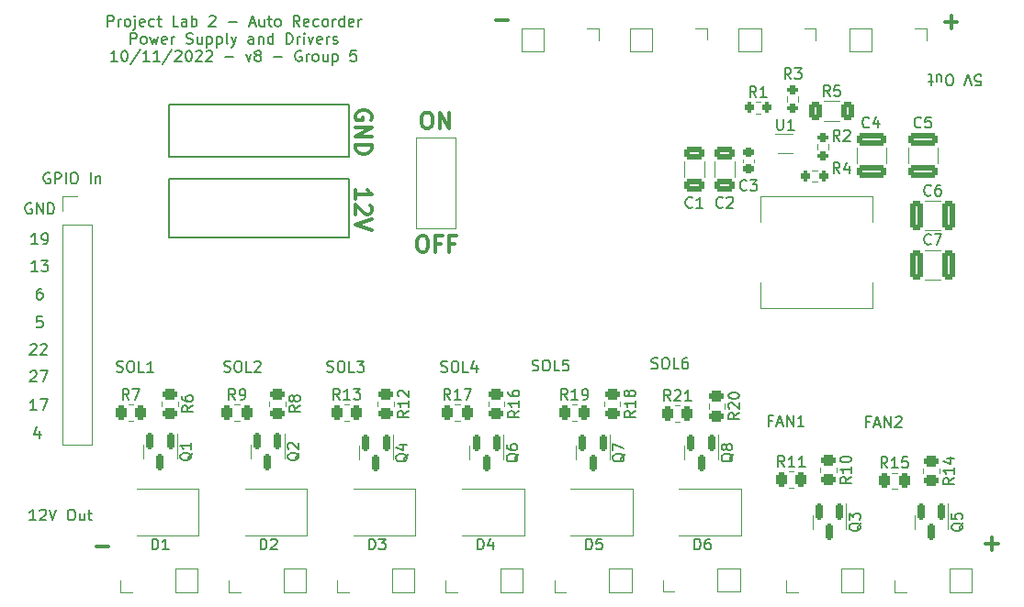
<source format=gbr>
%TF.GenerationSoftware,KiCad,Pcbnew,(6.0.5)*%
%TF.CreationDate,2022-10-19T12:43:17-05:00*%
%TF.ProjectId,powerPCB,706f7765-7250-4434-922e-6b696361645f,rev?*%
%TF.SameCoordinates,Original*%
%TF.FileFunction,Legend,Top*%
%TF.FilePolarity,Positive*%
%FSLAX46Y46*%
G04 Gerber Fmt 4.6, Leading zero omitted, Abs format (unit mm)*
G04 Created by KiCad (PCBNEW (6.0.5)) date 2022-10-19 12:43:17*
%MOMM*%
%LPD*%
G01*
G04 APERTURE LIST*
G04 Aperture macros list*
%AMRoundRect*
0 Rectangle with rounded corners*
0 $1 Rounding radius*
0 $2 $3 $4 $5 $6 $7 $8 $9 X,Y pos of 4 corners*
0 Add a 4 corners polygon primitive as box body*
4,1,4,$2,$3,$4,$5,$6,$7,$8,$9,$2,$3,0*
0 Add four circle primitives for the rounded corners*
1,1,$1+$1,$2,$3*
1,1,$1+$1,$4,$5*
1,1,$1+$1,$6,$7*
1,1,$1+$1,$8,$9*
0 Add four rect primitives between the rounded corners*
20,1,$1+$1,$2,$3,$4,$5,0*
20,1,$1+$1,$4,$5,$6,$7,0*
20,1,$1+$1,$6,$7,$8,$9,0*
20,1,$1+$1,$8,$9,$2,$3,0*%
G04 Aperture macros list end*
%ADD10C,0.150000*%
%ADD11C,0.300000*%
%ADD12C,0.120000*%
%ADD13RoundRect,0.150000X-0.150000X0.587500X-0.150000X-0.587500X0.150000X-0.587500X0.150000X0.587500X0*%
%ADD14RoundRect,0.200000X-0.200000X-0.275000X0.200000X-0.275000X0.200000X0.275000X-0.200000X0.275000X0*%
%ADD15C,5.600000*%
%ADD16RoundRect,0.250000X-0.262500X-0.450000X0.262500X-0.450000X0.262500X0.450000X-0.262500X0.450000X0*%
%ADD17C,3.800000*%
%ADD18RoundRect,0.250000X1.100000X-0.325000X1.100000X0.325000X-1.100000X0.325000X-1.100000X-0.325000X0*%
%ADD19R,2.500000X2.300000*%
%ADD20R,1.800000X1.800000*%
%ADD21O,1.800000X1.800000*%
%ADD22RoundRect,0.200000X-0.275000X0.200000X-0.275000X-0.200000X0.275000X-0.200000X0.275000X0.200000X0*%
%ADD23RoundRect,0.200000X0.275000X-0.200000X0.275000X0.200000X-0.275000X0.200000X-0.275000X-0.200000X0*%
%ADD24RoundRect,0.250000X-0.650000X0.325000X-0.650000X-0.325000X0.650000X-0.325000X0.650000X0.325000X0*%
%ADD25RoundRect,0.250000X-0.450000X0.262500X-0.450000X-0.262500X0.450000X-0.262500X0.450000X0.262500X0*%
%ADD26RoundRect,0.225000X-0.250000X0.225000X-0.250000X-0.225000X0.250000X-0.225000X0.250000X0.225000X0*%
%ADD27R,1.700000X1.700000*%
%ADD28O,1.700000X1.700000*%
%ADD29R,0.700000X0.340000*%
%ADD30RoundRect,0.250000X-0.325000X-1.100000X0.325000X-1.100000X0.325000X1.100000X-0.325000X1.100000X0*%
%ADD31RoundRect,0.250000X-0.312500X-0.625000X0.312500X-0.625000X0.312500X0.625000X-0.312500X0.625000X0*%
%ADD32R,3.175000X4.950000*%
%ADD33C,0.800000*%
G04 APERTURE END LIST*
D10*
X83809523Y-68352380D02*
X83238095Y-68352380D01*
X83523809Y-68352380D02*
X83523809Y-67352380D01*
X83428571Y-67495238D01*
X83333333Y-67590476D01*
X83238095Y-67638095D01*
X84285714Y-68352380D02*
X84476190Y-68352380D01*
X84571428Y-68304761D01*
X84619047Y-68257142D01*
X84714285Y-68114285D01*
X84761904Y-67923809D01*
X84761904Y-67542857D01*
X84714285Y-67447619D01*
X84666666Y-67400000D01*
X84571428Y-67352380D01*
X84380952Y-67352380D01*
X84285714Y-67400000D01*
X84238095Y-67447619D01*
X84190476Y-67542857D01*
X84190476Y-67780952D01*
X84238095Y-67876190D01*
X84285714Y-67923809D01*
X84380952Y-67971428D01*
X84571428Y-67971428D01*
X84666666Y-67923809D01*
X84714285Y-67876190D01*
X84761904Y-67780952D01*
X140409523Y-79804761D02*
X140552380Y-79852380D01*
X140790476Y-79852380D01*
X140885714Y-79804761D01*
X140933333Y-79757142D01*
X140980952Y-79661904D01*
X140980952Y-79566666D01*
X140933333Y-79471428D01*
X140885714Y-79423809D01*
X140790476Y-79376190D01*
X140600000Y-79328571D01*
X140504761Y-79280952D01*
X140457142Y-79233333D01*
X140409523Y-79138095D01*
X140409523Y-79042857D01*
X140457142Y-78947619D01*
X140504761Y-78900000D01*
X140600000Y-78852380D01*
X140838095Y-78852380D01*
X140980952Y-78900000D01*
X141600000Y-78852380D02*
X141790476Y-78852380D01*
X141885714Y-78900000D01*
X141980952Y-78995238D01*
X142028571Y-79185714D01*
X142028571Y-79519047D01*
X141980952Y-79709523D01*
X141885714Y-79804761D01*
X141790476Y-79852380D01*
X141600000Y-79852380D01*
X141504761Y-79804761D01*
X141409523Y-79709523D01*
X141361904Y-79519047D01*
X141361904Y-79185714D01*
X141409523Y-78995238D01*
X141504761Y-78900000D01*
X141600000Y-78852380D01*
X142933333Y-79852380D02*
X142457142Y-79852380D01*
X142457142Y-78852380D01*
X143695238Y-78852380D02*
X143504761Y-78852380D01*
X143409523Y-78900000D01*
X143361904Y-78947619D01*
X143266666Y-79090476D01*
X143219047Y-79280952D01*
X143219047Y-79661904D01*
X143266666Y-79757142D01*
X143314285Y-79804761D01*
X143409523Y-79852380D01*
X143600000Y-79852380D01*
X143695238Y-79804761D01*
X143742857Y-79757142D01*
X143790476Y-79661904D01*
X143790476Y-79423809D01*
X143742857Y-79328571D01*
X143695238Y-79280952D01*
X143600000Y-79233333D01*
X143409523Y-79233333D01*
X143314285Y-79280952D01*
X143266666Y-79328571D01*
X143219047Y-79423809D01*
X112500000Y-55500000D02*
X95900000Y-55500000D01*
X95900000Y-55500000D02*
X95900000Y-60300000D01*
X95900000Y-60300000D02*
X112500000Y-60300000D01*
X112500000Y-60300000D02*
X112500000Y-55500000D01*
X112500000Y-62300000D02*
X95900000Y-62300000D01*
X95900000Y-62300000D02*
X95900000Y-67700000D01*
X95900000Y-67700000D02*
X112500000Y-67700000D01*
X112500000Y-67700000D02*
X112500000Y-62300000D01*
X90257142Y-48242380D02*
X90257142Y-47242380D01*
X90638095Y-47242380D01*
X90733333Y-47290000D01*
X90780952Y-47337619D01*
X90828571Y-47432857D01*
X90828571Y-47575714D01*
X90780952Y-47670952D01*
X90733333Y-47718571D01*
X90638095Y-47766190D01*
X90257142Y-47766190D01*
X91257142Y-48242380D02*
X91257142Y-47575714D01*
X91257142Y-47766190D02*
X91304761Y-47670952D01*
X91352380Y-47623333D01*
X91447619Y-47575714D01*
X91542857Y-47575714D01*
X92019047Y-48242380D02*
X91923809Y-48194761D01*
X91876190Y-48147142D01*
X91828571Y-48051904D01*
X91828571Y-47766190D01*
X91876190Y-47670952D01*
X91923809Y-47623333D01*
X92019047Y-47575714D01*
X92161904Y-47575714D01*
X92257142Y-47623333D01*
X92304761Y-47670952D01*
X92352380Y-47766190D01*
X92352380Y-48051904D01*
X92304761Y-48147142D01*
X92257142Y-48194761D01*
X92161904Y-48242380D01*
X92019047Y-48242380D01*
X92780952Y-47575714D02*
X92780952Y-48432857D01*
X92733333Y-48528095D01*
X92638095Y-48575714D01*
X92590476Y-48575714D01*
X92780952Y-47242380D02*
X92733333Y-47290000D01*
X92780952Y-47337619D01*
X92828571Y-47290000D01*
X92780952Y-47242380D01*
X92780952Y-47337619D01*
X93638095Y-48194761D02*
X93542857Y-48242380D01*
X93352380Y-48242380D01*
X93257142Y-48194761D01*
X93209523Y-48099523D01*
X93209523Y-47718571D01*
X93257142Y-47623333D01*
X93352380Y-47575714D01*
X93542857Y-47575714D01*
X93638095Y-47623333D01*
X93685714Y-47718571D01*
X93685714Y-47813809D01*
X93209523Y-47909047D01*
X94542857Y-48194761D02*
X94447619Y-48242380D01*
X94257142Y-48242380D01*
X94161904Y-48194761D01*
X94114285Y-48147142D01*
X94066666Y-48051904D01*
X94066666Y-47766190D01*
X94114285Y-47670952D01*
X94161904Y-47623333D01*
X94257142Y-47575714D01*
X94447619Y-47575714D01*
X94542857Y-47623333D01*
X94828571Y-47575714D02*
X95209523Y-47575714D01*
X94971428Y-47242380D02*
X94971428Y-48099523D01*
X95019047Y-48194761D01*
X95114285Y-48242380D01*
X95209523Y-48242380D01*
X96780952Y-48242380D02*
X96304761Y-48242380D01*
X96304761Y-47242380D01*
X97542857Y-48242380D02*
X97542857Y-47718571D01*
X97495238Y-47623333D01*
X97400000Y-47575714D01*
X97209523Y-47575714D01*
X97114285Y-47623333D01*
X97542857Y-48194761D02*
X97447619Y-48242380D01*
X97209523Y-48242380D01*
X97114285Y-48194761D01*
X97066666Y-48099523D01*
X97066666Y-48004285D01*
X97114285Y-47909047D01*
X97209523Y-47861428D01*
X97447619Y-47861428D01*
X97542857Y-47813809D01*
X98019047Y-48242380D02*
X98019047Y-47242380D01*
X98019047Y-47623333D02*
X98114285Y-47575714D01*
X98304761Y-47575714D01*
X98400000Y-47623333D01*
X98447619Y-47670952D01*
X98495238Y-47766190D01*
X98495238Y-48051904D01*
X98447619Y-48147142D01*
X98400000Y-48194761D01*
X98304761Y-48242380D01*
X98114285Y-48242380D01*
X98019047Y-48194761D01*
X99638095Y-47337619D02*
X99685714Y-47290000D01*
X99780952Y-47242380D01*
X100019047Y-47242380D01*
X100114285Y-47290000D01*
X100161904Y-47337619D01*
X100209523Y-47432857D01*
X100209523Y-47528095D01*
X100161904Y-47670952D01*
X99590476Y-48242380D01*
X100209523Y-48242380D01*
X101399999Y-47861428D02*
X102161904Y-47861428D01*
X103352380Y-47956666D02*
X103828571Y-47956666D01*
X103257142Y-48242380D02*
X103590476Y-47242380D01*
X103923809Y-48242380D01*
X104685714Y-47575714D02*
X104685714Y-48242380D01*
X104257142Y-47575714D02*
X104257142Y-48099523D01*
X104304761Y-48194761D01*
X104399999Y-48242380D01*
X104542857Y-48242380D01*
X104638095Y-48194761D01*
X104685714Y-48147142D01*
X105019047Y-47575714D02*
X105399999Y-47575714D01*
X105161904Y-47242380D02*
X105161904Y-48099523D01*
X105209523Y-48194761D01*
X105304761Y-48242380D01*
X105399999Y-48242380D01*
X105876190Y-48242380D02*
X105780952Y-48194761D01*
X105733333Y-48147142D01*
X105685714Y-48051904D01*
X105685714Y-47766190D01*
X105733333Y-47670952D01*
X105780952Y-47623333D01*
X105876190Y-47575714D01*
X106019047Y-47575714D01*
X106114285Y-47623333D01*
X106161904Y-47670952D01*
X106209523Y-47766190D01*
X106209523Y-48051904D01*
X106161904Y-48147142D01*
X106114285Y-48194761D01*
X106019047Y-48242380D01*
X105876190Y-48242380D01*
X107971428Y-48242380D02*
X107638095Y-47766190D01*
X107399999Y-48242380D02*
X107399999Y-47242380D01*
X107780952Y-47242380D01*
X107876190Y-47290000D01*
X107923809Y-47337619D01*
X107971428Y-47432857D01*
X107971428Y-47575714D01*
X107923809Y-47670952D01*
X107876190Y-47718571D01*
X107780952Y-47766190D01*
X107399999Y-47766190D01*
X108780952Y-48194761D02*
X108685714Y-48242380D01*
X108495238Y-48242380D01*
X108399999Y-48194761D01*
X108352380Y-48099523D01*
X108352380Y-47718571D01*
X108399999Y-47623333D01*
X108495238Y-47575714D01*
X108685714Y-47575714D01*
X108780952Y-47623333D01*
X108828571Y-47718571D01*
X108828571Y-47813809D01*
X108352380Y-47909047D01*
X109685714Y-48194761D02*
X109590476Y-48242380D01*
X109399999Y-48242380D01*
X109304761Y-48194761D01*
X109257142Y-48147142D01*
X109209523Y-48051904D01*
X109209523Y-47766190D01*
X109257142Y-47670952D01*
X109304761Y-47623333D01*
X109399999Y-47575714D01*
X109590476Y-47575714D01*
X109685714Y-47623333D01*
X110257142Y-48242380D02*
X110161904Y-48194761D01*
X110114285Y-48147142D01*
X110066666Y-48051904D01*
X110066666Y-47766190D01*
X110114285Y-47670952D01*
X110161904Y-47623333D01*
X110257142Y-47575714D01*
X110399999Y-47575714D01*
X110495238Y-47623333D01*
X110542857Y-47670952D01*
X110590476Y-47766190D01*
X110590476Y-48051904D01*
X110542857Y-48147142D01*
X110495238Y-48194761D01*
X110399999Y-48242380D01*
X110257142Y-48242380D01*
X111019047Y-48242380D02*
X111019047Y-47575714D01*
X111019047Y-47766190D02*
X111066666Y-47670952D01*
X111114285Y-47623333D01*
X111209523Y-47575714D01*
X111304761Y-47575714D01*
X112066666Y-48242380D02*
X112066666Y-47242380D01*
X112066666Y-48194761D02*
X111971428Y-48242380D01*
X111780952Y-48242380D01*
X111685714Y-48194761D01*
X111638095Y-48147142D01*
X111590476Y-48051904D01*
X111590476Y-47766190D01*
X111638095Y-47670952D01*
X111685714Y-47623333D01*
X111780952Y-47575714D01*
X111971428Y-47575714D01*
X112066666Y-47623333D01*
X112923809Y-48194761D02*
X112828571Y-48242380D01*
X112638095Y-48242380D01*
X112542857Y-48194761D01*
X112495238Y-48099523D01*
X112495238Y-47718571D01*
X112542857Y-47623333D01*
X112638095Y-47575714D01*
X112828571Y-47575714D01*
X112923809Y-47623333D01*
X112971428Y-47718571D01*
X112971428Y-47813809D01*
X112495238Y-47909047D01*
X113399999Y-48242380D02*
X113399999Y-47575714D01*
X113399999Y-47766190D02*
X113447619Y-47670952D01*
X113495238Y-47623333D01*
X113590476Y-47575714D01*
X113685714Y-47575714D01*
X92376190Y-49852380D02*
X92376190Y-48852380D01*
X92757142Y-48852380D01*
X92852380Y-48900000D01*
X92900000Y-48947619D01*
X92947619Y-49042857D01*
X92947619Y-49185714D01*
X92900000Y-49280952D01*
X92852380Y-49328571D01*
X92757142Y-49376190D01*
X92376190Y-49376190D01*
X93519047Y-49852380D02*
X93423809Y-49804761D01*
X93376190Y-49757142D01*
X93328571Y-49661904D01*
X93328571Y-49376190D01*
X93376190Y-49280952D01*
X93423809Y-49233333D01*
X93519047Y-49185714D01*
X93661904Y-49185714D01*
X93757142Y-49233333D01*
X93804761Y-49280952D01*
X93852380Y-49376190D01*
X93852380Y-49661904D01*
X93804761Y-49757142D01*
X93757142Y-49804761D01*
X93661904Y-49852380D01*
X93519047Y-49852380D01*
X94185714Y-49185714D02*
X94376190Y-49852380D01*
X94566666Y-49376190D01*
X94757142Y-49852380D01*
X94947619Y-49185714D01*
X95709523Y-49804761D02*
X95614285Y-49852380D01*
X95423809Y-49852380D01*
X95328571Y-49804761D01*
X95280952Y-49709523D01*
X95280952Y-49328571D01*
X95328571Y-49233333D01*
X95423809Y-49185714D01*
X95614285Y-49185714D01*
X95709523Y-49233333D01*
X95757142Y-49328571D01*
X95757142Y-49423809D01*
X95280952Y-49519047D01*
X96185714Y-49852380D02*
X96185714Y-49185714D01*
X96185714Y-49376190D02*
X96233333Y-49280952D01*
X96280952Y-49233333D01*
X96376190Y-49185714D01*
X96471428Y-49185714D01*
X97519047Y-49804761D02*
X97661904Y-49852380D01*
X97900000Y-49852380D01*
X97995238Y-49804761D01*
X98042857Y-49757142D01*
X98090476Y-49661904D01*
X98090476Y-49566666D01*
X98042857Y-49471428D01*
X97995238Y-49423809D01*
X97900000Y-49376190D01*
X97709523Y-49328571D01*
X97614285Y-49280952D01*
X97566666Y-49233333D01*
X97519047Y-49138095D01*
X97519047Y-49042857D01*
X97566666Y-48947619D01*
X97614285Y-48900000D01*
X97709523Y-48852380D01*
X97947619Y-48852380D01*
X98090476Y-48900000D01*
X98947619Y-49185714D02*
X98947619Y-49852380D01*
X98519047Y-49185714D02*
X98519047Y-49709523D01*
X98566666Y-49804761D01*
X98661904Y-49852380D01*
X98804761Y-49852380D01*
X98900000Y-49804761D01*
X98947619Y-49757142D01*
X99423809Y-49185714D02*
X99423809Y-50185714D01*
X99423809Y-49233333D02*
X99519047Y-49185714D01*
X99709523Y-49185714D01*
X99804761Y-49233333D01*
X99852380Y-49280952D01*
X99900000Y-49376190D01*
X99900000Y-49661904D01*
X99852380Y-49757142D01*
X99804761Y-49804761D01*
X99709523Y-49852380D01*
X99519047Y-49852380D01*
X99423809Y-49804761D01*
X100328571Y-49185714D02*
X100328571Y-50185714D01*
X100328571Y-49233333D02*
X100423809Y-49185714D01*
X100614285Y-49185714D01*
X100709523Y-49233333D01*
X100757142Y-49280952D01*
X100804761Y-49376190D01*
X100804761Y-49661904D01*
X100757142Y-49757142D01*
X100709523Y-49804761D01*
X100614285Y-49852380D01*
X100423809Y-49852380D01*
X100328571Y-49804761D01*
X101376190Y-49852380D02*
X101280952Y-49804761D01*
X101233333Y-49709523D01*
X101233333Y-48852380D01*
X101661904Y-49185714D02*
X101900000Y-49852380D01*
X102138095Y-49185714D02*
X101900000Y-49852380D01*
X101804761Y-50090476D01*
X101757142Y-50138095D01*
X101661904Y-50185714D01*
X103709523Y-49852380D02*
X103709523Y-49328571D01*
X103661904Y-49233333D01*
X103566666Y-49185714D01*
X103376190Y-49185714D01*
X103280952Y-49233333D01*
X103709523Y-49804761D02*
X103614285Y-49852380D01*
X103376190Y-49852380D01*
X103280952Y-49804761D01*
X103233333Y-49709523D01*
X103233333Y-49614285D01*
X103280952Y-49519047D01*
X103376190Y-49471428D01*
X103614285Y-49471428D01*
X103709523Y-49423809D01*
X104185714Y-49185714D02*
X104185714Y-49852380D01*
X104185714Y-49280952D02*
X104233333Y-49233333D01*
X104328571Y-49185714D01*
X104471428Y-49185714D01*
X104566666Y-49233333D01*
X104614285Y-49328571D01*
X104614285Y-49852380D01*
X105519047Y-49852380D02*
X105519047Y-48852380D01*
X105519047Y-49804761D02*
X105423809Y-49852380D01*
X105233333Y-49852380D01*
X105138095Y-49804761D01*
X105090476Y-49757142D01*
X105042857Y-49661904D01*
X105042857Y-49376190D01*
X105090476Y-49280952D01*
X105138095Y-49233333D01*
X105233333Y-49185714D01*
X105423809Y-49185714D01*
X105519047Y-49233333D01*
X106757142Y-49852380D02*
X106757142Y-48852380D01*
X106995238Y-48852380D01*
X107138095Y-48900000D01*
X107233333Y-48995238D01*
X107280952Y-49090476D01*
X107328571Y-49280952D01*
X107328571Y-49423809D01*
X107280952Y-49614285D01*
X107233333Y-49709523D01*
X107138095Y-49804761D01*
X106995238Y-49852380D01*
X106757142Y-49852380D01*
X107757142Y-49852380D02*
X107757142Y-49185714D01*
X107757142Y-49376190D02*
X107804761Y-49280952D01*
X107852380Y-49233333D01*
X107947619Y-49185714D01*
X108042857Y-49185714D01*
X108376190Y-49852380D02*
X108376190Y-49185714D01*
X108376190Y-48852380D02*
X108328571Y-48900000D01*
X108376190Y-48947619D01*
X108423809Y-48900000D01*
X108376190Y-48852380D01*
X108376190Y-48947619D01*
X108757142Y-49185714D02*
X108995238Y-49852380D01*
X109233333Y-49185714D01*
X109995238Y-49804761D02*
X109900000Y-49852380D01*
X109709523Y-49852380D01*
X109614285Y-49804761D01*
X109566666Y-49709523D01*
X109566666Y-49328571D01*
X109614285Y-49233333D01*
X109709523Y-49185714D01*
X109900000Y-49185714D01*
X109995238Y-49233333D01*
X110042857Y-49328571D01*
X110042857Y-49423809D01*
X109566666Y-49519047D01*
X110471428Y-49852380D02*
X110471428Y-49185714D01*
X110471428Y-49376190D02*
X110519047Y-49280952D01*
X110566666Y-49233333D01*
X110661904Y-49185714D01*
X110757142Y-49185714D01*
X111042857Y-49804761D02*
X111138095Y-49852380D01*
X111328571Y-49852380D01*
X111423809Y-49804761D01*
X111471428Y-49709523D01*
X111471428Y-49661904D01*
X111423809Y-49566666D01*
X111328571Y-49519047D01*
X111185714Y-49519047D01*
X111090476Y-49471428D01*
X111042857Y-49376190D01*
X111042857Y-49328571D01*
X111090476Y-49233333D01*
X111185714Y-49185714D01*
X111328571Y-49185714D01*
X111423809Y-49233333D01*
X91161904Y-51462380D02*
X90590476Y-51462380D01*
X90876190Y-51462380D02*
X90876190Y-50462380D01*
X90780952Y-50605238D01*
X90685714Y-50700476D01*
X90590476Y-50748095D01*
X91780952Y-50462380D02*
X91876190Y-50462380D01*
X91971428Y-50510000D01*
X92019047Y-50557619D01*
X92066666Y-50652857D01*
X92114285Y-50843333D01*
X92114285Y-51081428D01*
X92066666Y-51271904D01*
X92019047Y-51367142D01*
X91971428Y-51414761D01*
X91876190Y-51462380D01*
X91780952Y-51462380D01*
X91685714Y-51414761D01*
X91638095Y-51367142D01*
X91590476Y-51271904D01*
X91542857Y-51081428D01*
X91542857Y-50843333D01*
X91590476Y-50652857D01*
X91638095Y-50557619D01*
X91685714Y-50510000D01*
X91780952Y-50462380D01*
X93257142Y-50414761D02*
X92400000Y-51700476D01*
X94114285Y-51462380D02*
X93542857Y-51462380D01*
X93828571Y-51462380D02*
X93828571Y-50462380D01*
X93733333Y-50605238D01*
X93638095Y-50700476D01*
X93542857Y-50748095D01*
X95066666Y-51462380D02*
X94495238Y-51462380D01*
X94780952Y-51462380D02*
X94780952Y-50462380D01*
X94685714Y-50605238D01*
X94590476Y-50700476D01*
X94495238Y-50748095D01*
X96209523Y-50414761D02*
X95352380Y-51700476D01*
X96495238Y-50557619D02*
X96542857Y-50510000D01*
X96638095Y-50462380D01*
X96876190Y-50462380D01*
X96971428Y-50510000D01*
X97019047Y-50557619D01*
X97066666Y-50652857D01*
X97066666Y-50748095D01*
X97019047Y-50890952D01*
X96447619Y-51462380D01*
X97066666Y-51462380D01*
X97685714Y-50462380D02*
X97780952Y-50462380D01*
X97876190Y-50510000D01*
X97923809Y-50557619D01*
X97971428Y-50652857D01*
X98019047Y-50843333D01*
X98019047Y-51081428D01*
X97971428Y-51271904D01*
X97923809Y-51367142D01*
X97876190Y-51414761D01*
X97780952Y-51462380D01*
X97685714Y-51462380D01*
X97590476Y-51414761D01*
X97542857Y-51367142D01*
X97495238Y-51271904D01*
X97447619Y-51081428D01*
X97447619Y-50843333D01*
X97495238Y-50652857D01*
X97542857Y-50557619D01*
X97590476Y-50510000D01*
X97685714Y-50462380D01*
X98400000Y-50557619D02*
X98447619Y-50510000D01*
X98542857Y-50462380D01*
X98780952Y-50462380D01*
X98876190Y-50510000D01*
X98923809Y-50557619D01*
X98971428Y-50652857D01*
X98971428Y-50748095D01*
X98923809Y-50890952D01*
X98352380Y-51462380D01*
X98971428Y-51462380D01*
X99352380Y-50557619D02*
X99400000Y-50510000D01*
X99495238Y-50462380D01*
X99733333Y-50462380D01*
X99828571Y-50510000D01*
X99876190Y-50557619D01*
X99923809Y-50652857D01*
X99923809Y-50748095D01*
X99876190Y-50890952D01*
X99304761Y-51462380D01*
X99923809Y-51462380D01*
X101114285Y-51081428D02*
X101876190Y-51081428D01*
X103019047Y-50795714D02*
X103257142Y-51462380D01*
X103495238Y-50795714D01*
X104019047Y-50890952D02*
X103923809Y-50843333D01*
X103876190Y-50795714D01*
X103828571Y-50700476D01*
X103828571Y-50652857D01*
X103876190Y-50557619D01*
X103923809Y-50510000D01*
X104019047Y-50462380D01*
X104209523Y-50462380D01*
X104304761Y-50510000D01*
X104352380Y-50557619D01*
X104400000Y-50652857D01*
X104400000Y-50700476D01*
X104352380Y-50795714D01*
X104304761Y-50843333D01*
X104209523Y-50890952D01*
X104019047Y-50890952D01*
X103923809Y-50938571D01*
X103876190Y-50986190D01*
X103828571Y-51081428D01*
X103828571Y-51271904D01*
X103876190Y-51367142D01*
X103923809Y-51414761D01*
X104019047Y-51462380D01*
X104209523Y-51462380D01*
X104304761Y-51414761D01*
X104352380Y-51367142D01*
X104400000Y-51271904D01*
X104400000Y-51081428D01*
X104352380Y-50986190D01*
X104304761Y-50938571D01*
X104209523Y-50890952D01*
X105590476Y-51081428D02*
X106352380Y-51081428D01*
X108114285Y-50510000D02*
X108019047Y-50462380D01*
X107876190Y-50462380D01*
X107733333Y-50510000D01*
X107638095Y-50605238D01*
X107590476Y-50700476D01*
X107542857Y-50890952D01*
X107542857Y-51033809D01*
X107590476Y-51224285D01*
X107638095Y-51319523D01*
X107733333Y-51414761D01*
X107876190Y-51462380D01*
X107971428Y-51462380D01*
X108114285Y-51414761D01*
X108161904Y-51367142D01*
X108161904Y-51033809D01*
X107971428Y-51033809D01*
X108590476Y-51462380D02*
X108590476Y-50795714D01*
X108590476Y-50986190D02*
X108638095Y-50890952D01*
X108685714Y-50843333D01*
X108780952Y-50795714D01*
X108876190Y-50795714D01*
X109352380Y-51462380D02*
X109257142Y-51414761D01*
X109209523Y-51367142D01*
X109161904Y-51271904D01*
X109161904Y-50986190D01*
X109209523Y-50890952D01*
X109257142Y-50843333D01*
X109352380Y-50795714D01*
X109495238Y-50795714D01*
X109590476Y-50843333D01*
X109638095Y-50890952D01*
X109685714Y-50986190D01*
X109685714Y-51271904D01*
X109638095Y-51367142D01*
X109590476Y-51414761D01*
X109495238Y-51462380D01*
X109352380Y-51462380D01*
X110542857Y-50795714D02*
X110542857Y-51462380D01*
X110114285Y-50795714D02*
X110114285Y-51319523D01*
X110161904Y-51414761D01*
X110257142Y-51462380D01*
X110400000Y-51462380D01*
X110495238Y-51414761D01*
X110542857Y-51367142D01*
X111019047Y-50795714D02*
X111019047Y-51795714D01*
X111019047Y-50843333D02*
X111114285Y-50795714D01*
X111304761Y-50795714D01*
X111400000Y-50843333D01*
X111447619Y-50890952D01*
X111495238Y-50986190D01*
X111495238Y-51271904D01*
X111447619Y-51367142D01*
X111400000Y-51414761D01*
X111304761Y-51462380D01*
X111114285Y-51462380D01*
X111019047Y-51414761D01*
X113161904Y-50462380D02*
X112685714Y-50462380D01*
X112638095Y-50938571D01*
X112685714Y-50890952D01*
X112780952Y-50843333D01*
X113019047Y-50843333D01*
X113114285Y-50890952D01*
X113161904Y-50938571D01*
X113209523Y-51033809D01*
X113209523Y-51271904D01*
X113161904Y-51367142D01*
X113114285Y-51414761D01*
X113019047Y-51462380D01*
X112780952Y-51462380D01*
X112685714Y-51414761D01*
X112638095Y-51367142D01*
X84238095Y-75052380D02*
X83761904Y-75052380D01*
X83714285Y-75528571D01*
X83761904Y-75480952D01*
X83857142Y-75433333D01*
X84095238Y-75433333D01*
X84190476Y-75480952D01*
X84238095Y-75528571D01*
X84285714Y-75623809D01*
X84285714Y-75861904D01*
X84238095Y-75957142D01*
X84190476Y-76004761D01*
X84095238Y-76052380D01*
X83857142Y-76052380D01*
X83761904Y-76004761D01*
X83714285Y-75957142D01*
X84190476Y-72452380D02*
X84000000Y-72452380D01*
X83904761Y-72500000D01*
X83857142Y-72547619D01*
X83761904Y-72690476D01*
X83714285Y-72880952D01*
X83714285Y-73261904D01*
X83761904Y-73357142D01*
X83809523Y-73404761D01*
X83904761Y-73452380D01*
X84095238Y-73452380D01*
X84190476Y-73404761D01*
X84238095Y-73357142D01*
X84285714Y-73261904D01*
X84285714Y-73023809D01*
X84238095Y-72928571D01*
X84190476Y-72880952D01*
X84095238Y-72833333D01*
X83904761Y-72833333D01*
X83809523Y-72880952D01*
X83761904Y-72928571D01*
X83714285Y-73023809D01*
D11*
X119571428Y-56178571D02*
X119857142Y-56178571D01*
X120000000Y-56250000D01*
X120142857Y-56392857D01*
X120214285Y-56678571D01*
X120214285Y-57178571D01*
X120142857Y-57464285D01*
X120000000Y-57607142D01*
X119857142Y-57678571D01*
X119571428Y-57678571D01*
X119428571Y-57607142D01*
X119285714Y-57464285D01*
X119214285Y-57178571D01*
X119214285Y-56678571D01*
X119285714Y-56392857D01*
X119428571Y-56250000D01*
X119571428Y-56178571D01*
X120857142Y-57678571D02*
X120857142Y-56178571D01*
X121714285Y-57678571D01*
X121714285Y-56178571D01*
X114550000Y-56857142D02*
X114621428Y-56714285D01*
X114621428Y-56500000D01*
X114550000Y-56285714D01*
X114407142Y-56142857D01*
X114264285Y-56071428D01*
X113978571Y-56000000D01*
X113764285Y-56000000D01*
X113478571Y-56071428D01*
X113335714Y-56142857D01*
X113192857Y-56285714D01*
X113121428Y-56500000D01*
X113121428Y-56642857D01*
X113192857Y-56857142D01*
X113264285Y-56928571D01*
X113764285Y-56928571D01*
X113764285Y-56642857D01*
X113121428Y-57571428D02*
X114621428Y-57571428D01*
X113121428Y-58428571D01*
X114621428Y-58428571D01*
X113121428Y-59142857D02*
X114621428Y-59142857D01*
X114621428Y-59500000D01*
X114550000Y-59714285D01*
X114407142Y-59857142D01*
X114264285Y-59928571D01*
X113978571Y-60000000D01*
X113764285Y-60000000D01*
X113478571Y-59928571D01*
X113335714Y-59857142D01*
X113192857Y-59714285D01*
X113121428Y-59500000D01*
X113121428Y-59142857D01*
D10*
X83138095Y-77647619D02*
X83185714Y-77600000D01*
X83280952Y-77552380D01*
X83519047Y-77552380D01*
X83614285Y-77600000D01*
X83661904Y-77647619D01*
X83709523Y-77742857D01*
X83709523Y-77838095D01*
X83661904Y-77980952D01*
X83090476Y-78552380D01*
X83709523Y-78552380D01*
X84090476Y-77647619D02*
X84138095Y-77600000D01*
X84233333Y-77552380D01*
X84471428Y-77552380D01*
X84566666Y-77600000D01*
X84614285Y-77647619D01*
X84661904Y-77742857D01*
X84661904Y-77838095D01*
X84614285Y-77980952D01*
X84042857Y-78552380D01*
X84661904Y-78552380D01*
X83138095Y-80147619D02*
X83185714Y-80100000D01*
X83280952Y-80052380D01*
X83519047Y-80052380D01*
X83614285Y-80100000D01*
X83661904Y-80147619D01*
X83709523Y-80242857D01*
X83709523Y-80338095D01*
X83661904Y-80480952D01*
X83090476Y-81052380D01*
X83709523Y-81052380D01*
X84042857Y-80052380D02*
X84709523Y-80052380D01*
X84280952Y-81052380D01*
D11*
X171792857Y-95428571D02*
X171792857Y-96571428D01*
X171221428Y-96000000D02*
X172364285Y-96000000D01*
X119171428Y-67578571D02*
X119457142Y-67578571D01*
X119600000Y-67650000D01*
X119742857Y-67792857D01*
X119814285Y-68078571D01*
X119814285Y-68578571D01*
X119742857Y-68864285D01*
X119600000Y-69007142D01*
X119457142Y-69078571D01*
X119171428Y-69078571D01*
X119028571Y-69007142D01*
X118885714Y-68864285D01*
X118814285Y-68578571D01*
X118814285Y-68078571D01*
X118885714Y-67792857D01*
X119028571Y-67650000D01*
X119171428Y-67578571D01*
X120957142Y-68292857D02*
X120457142Y-68292857D01*
X120457142Y-69078571D02*
X120457142Y-67578571D01*
X121171428Y-67578571D01*
X122242857Y-68292857D02*
X121742857Y-68292857D01*
X121742857Y-69078571D02*
X121742857Y-67578571D01*
X122457142Y-67578571D01*
X167458571Y-47857142D02*
X168601428Y-47857142D01*
X168030000Y-48428571D02*
X168030000Y-47285714D01*
D10*
X84928571Y-61800000D02*
X84833333Y-61752380D01*
X84690476Y-61752380D01*
X84547619Y-61800000D01*
X84452380Y-61895238D01*
X84404761Y-61990476D01*
X84357142Y-62180952D01*
X84357142Y-62323809D01*
X84404761Y-62514285D01*
X84452380Y-62609523D01*
X84547619Y-62704761D01*
X84690476Y-62752380D01*
X84785714Y-62752380D01*
X84928571Y-62704761D01*
X84976190Y-62657142D01*
X84976190Y-62323809D01*
X84785714Y-62323809D01*
X85404761Y-62752380D02*
X85404761Y-61752380D01*
X85785714Y-61752380D01*
X85880952Y-61800000D01*
X85928571Y-61847619D01*
X85976190Y-61942857D01*
X85976190Y-62085714D01*
X85928571Y-62180952D01*
X85880952Y-62228571D01*
X85785714Y-62276190D01*
X85404761Y-62276190D01*
X86404761Y-62752380D02*
X86404761Y-61752380D01*
X87071428Y-61752380D02*
X87261904Y-61752380D01*
X87357142Y-61800000D01*
X87452380Y-61895238D01*
X87500000Y-62085714D01*
X87500000Y-62419047D01*
X87452380Y-62609523D01*
X87357142Y-62704761D01*
X87261904Y-62752380D01*
X87071428Y-62752380D01*
X86976190Y-62704761D01*
X86880952Y-62609523D01*
X86833333Y-62419047D01*
X86833333Y-62085714D01*
X86880952Y-61895238D01*
X86976190Y-61800000D01*
X87071428Y-61752380D01*
X88690476Y-62752380D02*
X88690476Y-61752380D01*
X89166666Y-62085714D02*
X89166666Y-62752380D01*
X89166666Y-62180952D02*
X89214285Y-62133333D01*
X89309523Y-62085714D01*
X89452380Y-62085714D01*
X89547619Y-62133333D01*
X89595238Y-62228571D01*
X89595238Y-62752380D01*
X151514285Y-84628571D02*
X151180952Y-84628571D01*
X151180952Y-85152380D02*
X151180952Y-84152380D01*
X151657142Y-84152380D01*
X151990476Y-84866666D02*
X152466666Y-84866666D01*
X151895238Y-85152380D02*
X152228571Y-84152380D01*
X152561904Y-85152380D01*
X152895238Y-85152380D02*
X152895238Y-84152380D01*
X153466666Y-85152380D01*
X153466666Y-84152380D01*
X154466666Y-85152380D02*
X153895238Y-85152380D01*
X154180952Y-85152380D02*
X154180952Y-84152380D01*
X154085714Y-84295238D01*
X153990476Y-84390476D01*
X153895238Y-84438095D01*
D11*
X89228571Y-96307142D02*
X90371428Y-96307142D01*
D10*
X170263333Y-53697619D02*
X170739523Y-53697619D01*
X170787142Y-53221428D01*
X170739523Y-53269047D01*
X170644285Y-53316666D01*
X170406190Y-53316666D01*
X170310952Y-53269047D01*
X170263333Y-53221428D01*
X170215714Y-53126190D01*
X170215714Y-52888095D01*
X170263333Y-52792857D01*
X170310952Y-52745238D01*
X170406190Y-52697619D01*
X170644285Y-52697619D01*
X170739523Y-52745238D01*
X170787142Y-52792857D01*
X169930000Y-53697619D02*
X169596666Y-52697619D01*
X169263333Y-53697619D01*
X167977619Y-53697619D02*
X167787142Y-53697619D01*
X167691904Y-53650000D01*
X167596666Y-53554761D01*
X167549047Y-53364285D01*
X167549047Y-53030952D01*
X167596666Y-52840476D01*
X167691904Y-52745238D01*
X167787142Y-52697619D01*
X167977619Y-52697619D01*
X168072857Y-52745238D01*
X168168095Y-52840476D01*
X168215714Y-53030952D01*
X168215714Y-53364285D01*
X168168095Y-53554761D01*
X168072857Y-53650000D01*
X167977619Y-53697619D01*
X166691904Y-53364285D02*
X166691904Y-52697619D01*
X167120476Y-53364285D02*
X167120476Y-52840476D01*
X167072857Y-52745238D01*
X166977619Y-52697619D01*
X166834761Y-52697619D01*
X166739523Y-52745238D01*
X166691904Y-52792857D01*
X166358571Y-53364285D02*
X165977619Y-53364285D01*
X166215714Y-53697619D02*
X166215714Y-52840476D01*
X166168095Y-52745238D01*
X166072857Y-52697619D01*
X165977619Y-52697619D01*
X160514285Y-84728571D02*
X160180952Y-84728571D01*
X160180952Y-85252380D02*
X160180952Y-84252380D01*
X160657142Y-84252380D01*
X160990476Y-84966666D02*
X161466666Y-84966666D01*
X160895238Y-85252380D02*
X161228571Y-84252380D01*
X161561904Y-85252380D01*
X161895238Y-85252380D02*
X161895238Y-84252380D01*
X162466666Y-85252380D01*
X162466666Y-84252380D01*
X162895238Y-84347619D02*
X162942857Y-84300000D01*
X163038095Y-84252380D01*
X163276190Y-84252380D01*
X163371428Y-84300000D01*
X163419047Y-84347619D01*
X163466666Y-84442857D01*
X163466666Y-84538095D01*
X163419047Y-84680952D01*
X162847619Y-85252380D01*
X163466666Y-85252380D01*
X121009523Y-80104761D02*
X121152380Y-80152380D01*
X121390476Y-80152380D01*
X121485714Y-80104761D01*
X121533333Y-80057142D01*
X121580952Y-79961904D01*
X121580952Y-79866666D01*
X121533333Y-79771428D01*
X121485714Y-79723809D01*
X121390476Y-79676190D01*
X121200000Y-79628571D01*
X121104761Y-79580952D01*
X121057142Y-79533333D01*
X121009523Y-79438095D01*
X121009523Y-79342857D01*
X121057142Y-79247619D01*
X121104761Y-79200000D01*
X121200000Y-79152380D01*
X121438095Y-79152380D01*
X121580952Y-79200000D01*
X122200000Y-79152380D02*
X122390476Y-79152380D01*
X122485714Y-79200000D01*
X122580952Y-79295238D01*
X122628571Y-79485714D01*
X122628571Y-79819047D01*
X122580952Y-80009523D01*
X122485714Y-80104761D01*
X122390476Y-80152380D01*
X122200000Y-80152380D01*
X122104761Y-80104761D01*
X122009523Y-80009523D01*
X121961904Y-79819047D01*
X121961904Y-79485714D01*
X122009523Y-79295238D01*
X122104761Y-79200000D01*
X122200000Y-79152380D01*
X123533333Y-80152380D02*
X123057142Y-80152380D01*
X123057142Y-79152380D01*
X124295238Y-79485714D02*
X124295238Y-80152380D01*
X124057142Y-79104761D02*
X123819047Y-79819047D01*
X124438095Y-79819047D01*
X83709523Y-83652380D02*
X83138095Y-83652380D01*
X83423809Y-83652380D02*
X83423809Y-82652380D01*
X83328571Y-82795238D01*
X83233333Y-82890476D01*
X83138095Y-82938095D01*
X84042857Y-82652380D02*
X84709523Y-82652380D01*
X84280952Y-83652380D01*
X91109523Y-80104761D02*
X91252380Y-80152380D01*
X91490476Y-80152380D01*
X91585714Y-80104761D01*
X91633333Y-80057142D01*
X91680952Y-79961904D01*
X91680952Y-79866666D01*
X91633333Y-79771428D01*
X91585714Y-79723809D01*
X91490476Y-79676190D01*
X91300000Y-79628571D01*
X91204761Y-79580952D01*
X91157142Y-79533333D01*
X91109523Y-79438095D01*
X91109523Y-79342857D01*
X91157142Y-79247619D01*
X91204761Y-79200000D01*
X91300000Y-79152380D01*
X91538095Y-79152380D01*
X91680952Y-79200000D01*
X92300000Y-79152380D02*
X92490476Y-79152380D01*
X92585714Y-79200000D01*
X92680952Y-79295238D01*
X92728571Y-79485714D01*
X92728571Y-79819047D01*
X92680952Y-80009523D01*
X92585714Y-80104761D01*
X92490476Y-80152380D01*
X92300000Y-80152380D01*
X92204761Y-80104761D01*
X92109523Y-80009523D01*
X92061904Y-79819047D01*
X92061904Y-79485714D01*
X92109523Y-79295238D01*
X92204761Y-79200000D01*
X92300000Y-79152380D01*
X93633333Y-80152380D02*
X93157142Y-80152380D01*
X93157142Y-79152380D01*
X94490476Y-80152380D02*
X93919047Y-80152380D01*
X94204761Y-80152380D02*
X94204761Y-79152380D01*
X94109523Y-79295238D01*
X94014285Y-79390476D01*
X93919047Y-79438095D01*
X110509523Y-80104761D02*
X110652380Y-80152380D01*
X110890476Y-80152380D01*
X110985714Y-80104761D01*
X111033333Y-80057142D01*
X111080952Y-79961904D01*
X111080952Y-79866666D01*
X111033333Y-79771428D01*
X110985714Y-79723809D01*
X110890476Y-79676190D01*
X110700000Y-79628571D01*
X110604761Y-79580952D01*
X110557142Y-79533333D01*
X110509523Y-79438095D01*
X110509523Y-79342857D01*
X110557142Y-79247619D01*
X110604761Y-79200000D01*
X110700000Y-79152380D01*
X110938095Y-79152380D01*
X111080952Y-79200000D01*
X111700000Y-79152380D02*
X111890476Y-79152380D01*
X111985714Y-79200000D01*
X112080952Y-79295238D01*
X112128571Y-79485714D01*
X112128571Y-79819047D01*
X112080952Y-80009523D01*
X111985714Y-80104761D01*
X111890476Y-80152380D01*
X111700000Y-80152380D01*
X111604761Y-80104761D01*
X111509523Y-80009523D01*
X111461904Y-79819047D01*
X111461904Y-79485714D01*
X111509523Y-79295238D01*
X111604761Y-79200000D01*
X111700000Y-79152380D01*
X113033333Y-80152380D02*
X112557142Y-80152380D01*
X112557142Y-79152380D01*
X113271428Y-79152380D02*
X113890476Y-79152380D01*
X113557142Y-79533333D01*
X113700000Y-79533333D01*
X113795238Y-79580952D01*
X113842857Y-79628571D01*
X113890476Y-79723809D01*
X113890476Y-79961904D01*
X113842857Y-80057142D01*
X113795238Y-80104761D01*
X113700000Y-80152380D01*
X113414285Y-80152380D01*
X113319047Y-80104761D01*
X113271428Y-80057142D01*
D11*
X127201428Y-47642857D02*
X126058571Y-47642857D01*
D10*
X101009523Y-80104761D02*
X101152380Y-80152380D01*
X101390476Y-80152380D01*
X101485714Y-80104761D01*
X101533333Y-80057142D01*
X101580952Y-79961904D01*
X101580952Y-79866666D01*
X101533333Y-79771428D01*
X101485714Y-79723809D01*
X101390476Y-79676190D01*
X101200000Y-79628571D01*
X101104761Y-79580952D01*
X101057142Y-79533333D01*
X101009523Y-79438095D01*
X101009523Y-79342857D01*
X101057142Y-79247619D01*
X101104761Y-79200000D01*
X101200000Y-79152380D01*
X101438095Y-79152380D01*
X101580952Y-79200000D01*
X102200000Y-79152380D02*
X102390476Y-79152380D01*
X102485714Y-79200000D01*
X102580952Y-79295238D01*
X102628571Y-79485714D01*
X102628571Y-79819047D01*
X102580952Y-80009523D01*
X102485714Y-80104761D01*
X102390476Y-80152380D01*
X102200000Y-80152380D01*
X102104761Y-80104761D01*
X102009523Y-80009523D01*
X101961904Y-79819047D01*
X101961904Y-79485714D01*
X102009523Y-79295238D01*
X102104761Y-79200000D01*
X102200000Y-79152380D01*
X103533333Y-80152380D02*
X103057142Y-80152380D01*
X103057142Y-79152380D01*
X103819047Y-79247619D02*
X103866666Y-79200000D01*
X103961904Y-79152380D01*
X104200000Y-79152380D01*
X104295238Y-79200000D01*
X104342857Y-79247619D01*
X104390476Y-79342857D01*
X104390476Y-79438095D01*
X104342857Y-79580952D01*
X103771428Y-80152380D01*
X104390476Y-80152380D01*
X83638095Y-93852380D02*
X83066666Y-93852380D01*
X83352380Y-93852380D02*
X83352380Y-92852380D01*
X83257142Y-92995238D01*
X83161904Y-93090476D01*
X83066666Y-93138095D01*
X84019047Y-92947619D02*
X84066666Y-92900000D01*
X84161904Y-92852380D01*
X84400000Y-92852380D01*
X84495238Y-92900000D01*
X84542857Y-92947619D01*
X84590476Y-93042857D01*
X84590476Y-93138095D01*
X84542857Y-93280952D01*
X83971428Y-93852380D01*
X84590476Y-93852380D01*
X84876190Y-92852380D02*
X85209523Y-93852380D01*
X85542857Y-92852380D01*
X86828571Y-92852380D02*
X87019047Y-92852380D01*
X87114285Y-92900000D01*
X87209523Y-92995238D01*
X87257142Y-93185714D01*
X87257142Y-93519047D01*
X87209523Y-93709523D01*
X87114285Y-93804761D01*
X87019047Y-93852380D01*
X86828571Y-93852380D01*
X86733333Y-93804761D01*
X86638095Y-93709523D01*
X86590476Y-93519047D01*
X86590476Y-93185714D01*
X86638095Y-92995238D01*
X86733333Y-92900000D01*
X86828571Y-92852380D01*
X88114285Y-93185714D02*
X88114285Y-93852380D01*
X87685714Y-93185714D02*
X87685714Y-93709523D01*
X87733333Y-93804761D01*
X87828571Y-93852380D01*
X87971428Y-93852380D01*
X88066666Y-93804761D01*
X88114285Y-93757142D01*
X88447619Y-93185714D02*
X88828571Y-93185714D01*
X88590476Y-92852380D02*
X88590476Y-93709523D01*
X88638095Y-93804761D01*
X88733333Y-93852380D01*
X88828571Y-93852380D01*
X83238095Y-64600000D02*
X83142857Y-64552380D01*
X83000000Y-64552380D01*
X82857142Y-64600000D01*
X82761904Y-64695238D01*
X82714285Y-64790476D01*
X82666666Y-64980952D01*
X82666666Y-65123809D01*
X82714285Y-65314285D01*
X82761904Y-65409523D01*
X82857142Y-65504761D01*
X83000000Y-65552380D01*
X83095238Y-65552380D01*
X83238095Y-65504761D01*
X83285714Y-65457142D01*
X83285714Y-65123809D01*
X83095238Y-65123809D01*
X83714285Y-65552380D02*
X83714285Y-64552380D01*
X84285714Y-65552380D01*
X84285714Y-64552380D01*
X84761904Y-65552380D02*
X84761904Y-64552380D01*
X85000000Y-64552380D01*
X85142857Y-64600000D01*
X85238095Y-64695238D01*
X85285714Y-64790476D01*
X85333333Y-64980952D01*
X85333333Y-65123809D01*
X85285714Y-65314285D01*
X85238095Y-65409523D01*
X85142857Y-65504761D01*
X85000000Y-65552380D01*
X84761904Y-65552380D01*
X83990476Y-85585714D02*
X83990476Y-86252380D01*
X83752380Y-85204761D02*
X83514285Y-85919047D01*
X84133333Y-85919047D01*
X129409523Y-80004761D02*
X129552380Y-80052380D01*
X129790476Y-80052380D01*
X129885714Y-80004761D01*
X129933333Y-79957142D01*
X129980952Y-79861904D01*
X129980952Y-79766666D01*
X129933333Y-79671428D01*
X129885714Y-79623809D01*
X129790476Y-79576190D01*
X129600000Y-79528571D01*
X129504761Y-79480952D01*
X129457142Y-79433333D01*
X129409523Y-79338095D01*
X129409523Y-79242857D01*
X129457142Y-79147619D01*
X129504761Y-79100000D01*
X129600000Y-79052380D01*
X129838095Y-79052380D01*
X129980952Y-79100000D01*
X130600000Y-79052380D02*
X130790476Y-79052380D01*
X130885714Y-79100000D01*
X130980952Y-79195238D01*
X131028571Y-79385714D01*
X131028571Y-79719047D01*
X130980952Y-79909523D01*
X130885714Y-80004761D01*
X130790476Y-80052380D01*
X130600000Y-80052380D01*
X130504761Y-80004761D01*
X130409523Y-79909523D01*
X130361904Y-79719047D01*
X130361904Y-79385714D01*
X130409523Y-79195238D01*
X130504761Y-79100000D01*
X130600000Y-79052380D01*
X131933333Y-80052380D02*
X131457142Y-80052380D01*
X131457142Y-79052380D01*
X132742857Y-79052380D02*
X132266666Y-79052380D01*
X132219047Y-79528571D01*
X132266666Y-79480952D01*
X132361904Y-79433333D01*
X132600000Y-79433333D01*
X132695238Y-79480952D01*
X132742857Y-79528571D01*
X132790476Y-79623809D01*
X132790476Y-79861904D01*
X132742857Y-79957142D01*
X132695238Y-80004761D01*
X132600000Y-80052380D01*
X132361904Y-80052380D01*
X132266666Y-80004761D01*
X132219047Y-79957142D01*
D11*
X113121428Y-64171428D02*
X113121428Y-63314285D01*
X113121428Y-63742857D02*
X114621428Y-63742857D01*
X114407142Y-63600000D01*
X114264285Y-63457142D01*
X114192857Y-63314285D01*
X114478571Y-64742857D02*
X114550000Y-64814285D01*
X114621428Y-64957142D01*
X114621428Y-65314285D01*
X114550000Y-65457142D01*
X114478571Y-65528571D01*
X114335714Y-65600000D01*
X114192857Y-65600000D01*
X113978571Y-65528571D01*
X113121428Y-64671428D01*
X113121428Y-65600000D01*
X114621428Y-66028571D02*
X113121428Y-66528571D01*
X114621428Y-67028571D01*
D10*
X83809523Y-70852380D02*
X83238095Y-70852380D01*
X83523809Y-70852380D02*
X83523809Y-69852380D01*
X83428571Y-69995238D01*
X83333333Y-70090476D01*
X83238095Y-70138095D01*
X84142857Y-69852380D02*
X84761904Y-69852380D01*
X84428571Y-70233333D01*
X84571428Y-70233333D01*
X84666666Y-70280952D01*
X84714285Y-70328571D01*
X84761904Y-70423809D01*
X84761904Y-70661904D01*
X84714285Y-70757142D01*
X84666666Y-70804761D01*
X84571428Y-70852380D01*
X84285714Y-70852380D01*
X84190476Y-70804761D01*
X84142857Y-70757142D01*
%TO.C,Q2*%
X107947619Y-87595238D02*
X107900000Y-87690476D01*
X107804761Y-87785714D01*
X107661904Y-87928571D01*
X107614285Y-88023809D01*
X107614285Y-88119047D01*
X107852380Y-88071428D02*
X107804761Y-88166666D01*
X107709523Y-88261904D01*
X107519047Y-88309523D01*
X107185714Y-88309523D01*
X106995238Y-88261904D01*
X106900000Y-88166666D01*
X106852380Y-88071428D01*
X106852380Y-87880952D01*
X106900000Y-87785714D01*
X106995238Y-87690476D01*
X107185714Y-87642857D01*
X107519047Y-87642857D01*
X107709523Y-87690476D01*
X107804761Y-87785714D01*
X107852380Y-87880952D01*
X107852380Y-88071428D01*
X106947619Y-87261904D02*
X106900000Y-87214285D01*
X106852380Y-87119047D01*
X106852380Y-86880952D01*
X106900000Y-86785714D01*
X106947619Y-86738095D01*
X107042857Y-86690476D01*
X107138095Y-86690476D01*
X107280952Y-86738095D01*
X107852380Y-87309523D01*
X107852380Y-86690476D01*
%TO.C,R1*%
X150063333Y-54772380D02*
X149730000Y-54296190D01*
X149491904Y-54772380D02*
X149491904Y-53772380D01*
X149872857Y-53772380D01*
X149968095Y-53820000D01*
X150015714Y-53867619D01*
X150063333Y-53962857D01*
X150063333Y-54105714D01*
X150015714Y-54200952D01*
X149968095Y-54248571D01*
X149872857Y-54296190D01*
X149491904Y-54296190D01*
X151015714Y-54772380D02*
X150444285Y-54772380D01*
X150730000Y-54772380D02*
X150730000Y-53772380D01*
X150634761Y-53915238D01*
X150539523Y-54010476D01*
X150444285Y-54058095D01*
%TO.C,R13*%
X111657142Y-82702380D02*
X111323809Y-82226190D01*
X111085714Y-82702380D02*
X111085714Y-81702380D01*
X111466666Y-81702380D01*
X111561904Y-81750000D01*
X111609523Y-81797619D01*
X111657142Y-81892857D01*
X111657142Y-82035714D01*
X111609523Y-82130952D01*
X111561904Y-82178571D01*
X111466666Y-82226190D01*
X111085714Y-82226190D01*
X112609523Y-82702380D02*
X112038095Y-82702380D01*
X112323809Y-82702380D02*
X112323809Y-81702380D01*
X112228571Y-81845238D01*
X112133333Y-81940476D01*
X112038095Y-81988095D01*
X112942857Y-81702380D02*
X113561904Y-81702380D01*
X113228571Y-82083333D01*
X113371428Y-82083333D01*
X113466666Y-82130952D01*
X113514285Y-82178571D01*
X113561904Y-82273809D01*
X113561904Y-82511904D01*
X113514285Y-82607142D01*
X113466666Y-82654761D01*
X113371428Y-82702380D01*
X113085714Y-82702380D01*
X112990476Y-82654761D01*
X112942857Y-82607142D01*
%TO.C,C5*%
X165263333Y-57507142D02*
X165215714Y-57554761D01*
X165072857Y-57602380D01*
X164977619Y-57602380D01*
X164834761Y-57554761D01*
X164739523Y-57459523D01*
X164691904Y-57364285D01*
X164644285Y-57173809D01*
X164644285Y-57030952D01*
X164691904Y-56840476D01*
X164739523Y-56745238D01*
X164834761Y-56650000D01*
X164977619Y-56602380D01*
X165072857Y-56602380D01*
X165215714Y-56650000D01*
X165263333Y-56697619D01*
X166168095Y-56602380D02*
X165691904Y-56602380D01*
X165644285Y-57078571D01*
X165691904Y-57030952D01*
X165787142Y-56983333D01*
X166025238Y-56983333D01*
X166120476Y-57030952D01*
X166168095Y-57078571D01*
X166215714Y-57173809D01*
X166215714Y-57411904D01*
X166168095Y-57507142D01*
X166120476Y-57554761D01*
X166025238Y-57602380D01*
X165787142Y-57602380D01*
X165691904Y-57554761D01*
X165644285Y-57507142D01*
%TO.C,D4*%
X124361904Y-96552380D02*
X124361904Y-95552380D01*
X124600000Y-95552380D01*
X124742857Y-95600000D01*
X124838095Y-95695238D01*
X124885714Y-95790476D01*
X124933333Y-95980952D01*
X124933333Y-96123809D01*
X124885714Y-96314285D01*
X124838095Y-96409523D01*
X124742857Y-96504761D01*
X124600000Y-96552380D01*
X124361904Y-96552380D01*
X125790476Y-95885714D02*
X125790476Y-96552380D01*
X125552380Y-95504761D02*
X125314285Y-96219047D01*
X125933333Y-96219047D01*
%TO.C,Q8*%
X147947619Y-87695238D02*
X147900000Y-87790476D01*
X147804761Y-87885714D01*
X147661904Y-88028571D01*
X147614285Y-88123809D01*
X147614285Y-88219047D01*
X147852380Y-88171428D02*
X147804761Y-88266666D01*
X147709523Y-88361904D01*
X147519047Y-88409523D01*
X147185714Y-88409523D01*
X146995238Y-88361904D01*
X146900000Y-88266666D01*
X146852380Y-88171428D01*
X146852380Y-87980952D01*
X146900000Y-87885714D01*
X146995238Y-87790476D01*
X147185714Y-87742857D01*
X147519047Y-87742857D01*
X147709523Y-87790476D01*
X147804761Y-87885714D01*
X147852380Y-87980952D01*
X147852380Y-88171428D01*
X147280952Y-87171428D02*
X147233333Y-87266666D01*
X147185714Y-87314285D01*
X147090476Y-87361904D01*
X147042857Y-87361904D01*
X146947619Y-87314285D01*
X146900000Y-87266666D01*
X146852380Y-87171428D01*
X146852380Y-86980952D01*
X146900000Y-86885714D01*
X146947619Y-86838095D01*
X147042857Y-86790476D01*
X147090476Y-86790476D01*
X147185714Y-86838095D01*
X147233333Y-86885714D01*
X147280952Y-86980952D01*
X147280952Y-87171428D01*
X147328571Y-87266666D01*
X147376190Y-87314285D01*
X147471428Y-87361904D01*
X147661904Y-87361904D01*
X147757142Y-87314285D01*
X147804761Y-87266666D01*
X147852380Y-87171428D01*
X147852380Y-86980952D01*
X147804761Y-86885714D01*
X147757142Y-86838095D01*
X147661904Y-86790476D01*
X147471428Y-86790476D01*
X147376190Y-86838095D01*
X147328571Y-86885714D01*
X147280952Y-86980952D01*
%TO.C,Q6*%
X128147619Y-87695238D02*
X128100000Y-87790476D01*
X128004761Y-87885714D01*
X127861904Y-88028571D01*
X127814285Y-88123809D01*
X127814285Y-88219047D01*
X128052380Y-88171428D02*
X128004761Y-88266666D01*
X127909523Y-88361904D01*
X127719047Y-88409523D01*
X127385714Y-88409523D01*
X127195238Y-88361904D01*
X127100000Y-88266666D01*
X127052380Y-88171428D01*
X127052380Y-87980952D01*
X127100000Y-87885714D01*
X127195238Y-87790476D01*
X127385714Y-87742857D01*
X127719047Y-87742857D01*
X127909523Y-87790476D01*
X128004761Y-87885714D01*
X128052380Y-87980952D01*
X128052380Y-88171428D01*
X127052380Y-86885714D02*
X127052380Y-87076190D01*
X127100000Y-87171428D01*
X127147619Y-87219047D01*
X127290476Y-87314285D01*
X127480952Y-87361904D01*
X127861904Y-87361904D01*
X127957142Y-87314285D01*
X128004761Y-87266666D01*
X128052380Y-87171428D01*
X128052380Y-86980952D01*
X128004761Y-86885714D01*
X127957142Y-86838095D01*
X127861904Y-86790476D01*
X127623809Y-86790476D01*
X127528571Y-86838095D01*
X127480952Y-86885714D01*
X127433333Y-86980952D01*
X127433333Y-87171428D01*
X127480952Y-87266666D01*
X127528571Y-87314285D01*
X127623809Y-87361904D01*
%TO.C,R3*%
X153263333Y-53102380D02*
X152930000Y-52626190D01*
X152691904Y-53102380D02*
X152691904Y-52102380D01*
X153072857Y-52102380D01*
X153168095Y-52150000D01*
X153215714Y-52197619D01*
X153263333Y-52292857D01*
X153263333Y-52435714D01*
X153215714Y-52530952D01*
X153168095Y-52578571D01*
X153072857Y-52626190D01*
X152691904Y-52626190D01*
X153596666Y-52102380D02*
X154215714Y-52102380D01*
X153882380Y-52483333D01*
X154025238Y-52483333D01*
X154120476Y-52530952D01*
X154168095Y-52578571D01*
X154215714Y-52673809D01*
X154215714Y-52911904D01*
X154168095Y-53007142D01*
X154120476Y-53054761D01*
X154025238Y-53102380D01*
X153739523Y-53102380D01*
X153644285Y-53054761D01*
X153596666Y-53007142D01*
%TO.C,R2*%
X157763333Y-58802380D02*
X157430000Y-58326190D01*
X157191904Y-58802380D02*
X157191904Y-57802380D01*
X157572857Y-57802380D01*
X157668095Y-57850000D01*
X157715714Y-57897619D01*
X157763333Y-57992857D01*
X157763333Y-58135714D01*
X157715714Y-58230952D01*
X157668095Y-58278571D01*
X157572857Y-58326190D01*
X157191904Y-58326190D01*
X158144285Y-57897619D02*
X158191904Y-57850000D01*
X158287142Y-57802380D01*
X158525238Y-57802380D01*
X158620476Y-57850000D01*
X158668095Y-57897619D01*
X158715714Y-57992857D01*
X158715714Y-58088095D01*
X158668095Y-58230952D01*
X158096666Y-58802380D01*
X158715714Y-58802380D01*
%TO.C,R9*%
X102033333Y-82702380D02*
X101700000Y-82226190D01*
X101461904Y-82702380D02*
X101461904Y-81702380D01*
X101842857Y-81702380D01*
X101938095Y-81750000D01*
X101985714Y-81797619D01*
X102033333Y-81892857D01*
X102033333Y-82035714D01*
X101985714Y-82130952D01*
X101938095Y-82178571D01*
X101842857Y-82226190D01*
X101461904Y-82226190D01*
X102509523Y-82702380D02*
X102700000Y-82702380D01*
X102795238Y-82654761D01*
X102842857Y-82607142D01*
X102938095Y-82464285D01*
X102985714Y-82273809D01*
X102985714Y-81892857D01*
X102938095Y-81797619D01*
X102890476Y-81750000D01*
X102795238Y-81702380D01*
X102604761Y-81702380D01*
X102509523Y-81750000D01*
X102461904Y-81797619D01*
X102414285Y-81892857D01*
X102414285Y-82130952D01*
X102461904Y-82226190D01*
X102509523Y-82273809D01*
X102604761Y-82321428D01*
X102795238Y-82321428D01*
X102890476Y-82273809D01*
X102938095Y-82226190D01*
X102985714Y-82130952D01*
%TO.C,C2*%
X146963333Y-64907142D02*
X146915714Y-64954761D01*
X146772857Y-65002380D01*
X146677619Y-65002380D01*
X146534761Y-64954761D01*
X146439523Y-64859523D01*
X146391904Y-64764285D01*
X146344285Y-64573809D01*
X146344285Y-64430952D01*
X146391904Y-64240476D01*
X146439523Y-64145238D01*
X146534761Y-64050000D01*
X146677619Y-64002380D01*
X146772857Y-64002380D01*
X146915714Y-64050000D01*
X146963333Y-64097619D01*
X147344285Y-64097619D02*
X147391904Y-64050000D01*
X147487142Y-64002380D01*
X147725238Y-64002380D01*
X147820476Y-64050000D01*
X147868095Y-64097619D01*
X147915714Y-64192857D01*
X147915714Y-64288095D01*
X147868095Y-64430952D01*
X147296666Y-65002380D01*
X147915714Y-65002380D01*
%TO.C,R20*%
X148502380Y-83942857D02*
X148026190Y-84276190D01*
X148502380Y-84514285D02*
X147502380Y-84514285D01*
X147502380Y-84133333D01*
X147550000Y-84038095D01*
X147597619Y-83990476D01*
X147692857Y-83942857D01*
X147835714Y-83942857D01*
X147930952Y-83990476D01*
X147978571Y-84038095D01*
X148026190Y-84133333D01*
X148026190Y-84514285D01*
X147597619Y-83561904D02*
X147550000Y-83514285D01*
X147502380Y-83419047D01*
X147502380Y-83180952D01*
X147550000Y-83085714D01*
X147597619Y-83038095D01*
X147692857Y-82990476D01*
X147788095Y-82990476D01*
X147930952Y-83038095D01*
X148502380Y-83609523D01*
X148502380Y-82990476D01*
X147502380Y-82371428D02*
X147502380Y-82276190D01*
X147550000Y-82180952D01*
X147597619Y-82133333D01*
X147692857Y-82085714D01*
X147883333Y-82038095D01*
X148121428Y-82038095D01*
X148311904Y-82085714D01*
X148407142Y-82133333D01*
X148454761Y-82180952D01*
X148502380Y-82276190D01*
X148502380Y-82371428D01*
X148454761Y-82466666D01*
X148407142Y-82514285D01*
X148311904Y-82561904D01*
X148121428Y-82609523D01*
X147883333Y-82609523D01*
X147692857Y-82561904D01*
X147597619Y-82514285D01*
X147550000Y-82466666D01*
X147502380Y-82371428D01*
%TO.C,R15*%
X162157142Y-89002380D02*
X161823809Y-88526190D01*
X161585714Y-89002380D02*
X161585714Y-88002380D01*
X161966666Y-88002380D01*
X162061904Y-88050000D01*
X162109523Y-88097619D01*
X162157142Y-88192857D01*
X162157142Y-88335714D01*
X162109523Y-88430952D01*
X162061904Y-88478571D01*
X161966666Y-88526190D01*
X161585714Y-88526190D01*
X163109523Y-89002380D02*
X162538095Y-89002380D01*
X162823809Y-89002380D02*
X162823809Y-88002380D01*
X162728571Y-88145238D01*
X162633333Y-88240476D01*
X162538095Y-88288095D01*
X164014285Y-88002380D02*
X163538095Y-88002380D01*
X163490476Y-88478571D01*
X163538095Y-88430952D01*
X163633333Y-88383333D01*
X163871428Y-88383333D01*
X163966666Y-88430952D01*
X164014285Y-88478571D01*
X164061904Y-88573809D01*
X164061904Y-88811904D01*
X164014285Y-88907142D01*
X163966666Y-88954761D01*
X163871428Y-89002380D01*
X163633333Y-89002380D01*
X163538095Y-88954761D01*
X163490476Y-88907142D01*
%TO.C,R12*%
X118002380Y-83742857D02*
X117526190Y-84076190D01*
X118002380Y-84314285D02*
X117002380Y-84314285D01*
X117002380Y-83933333D01*
X117050000Y-83838095D01*
X117097619Y-83790476D01*
X117192857Y-83742857D01*
X117335714Y-83742857D01*
X117430952Y-83790476D01*
X117478571Y-83838095D01*
X117526190Y-83933333D01*
X117526190Y-84314285D01*
X118002380Y-82790476D02*
X118002380Y-83361904D01*
X118002380Y-83076190D02*
X117002380Y-83076190D01*
X117145238Y-83171428D01*
X117240476Y-83266666D01*
X117288095Y-83361904D01*
X117097619Y-82409523D02*
X117050000Y-82361904D01*
X117002380Y-82266666D01*
X117002380Y-82028571D01*
X117050000Y-81933333D01*
X117097619Y-81885714D01*
X117192857Y-81838095D01*
X117288095Y-81838095D01*
X117430952Y-81885714D01*
X118002380Y-82457142D01*
X118002380Y-81838095D01*
%TO.C,R8*%
X108002380Y-83266666D02*
X107526190Y-83600000D01*
X108002380Y-83838095D02*
X107002380Y-83838095D01*
X107002380Y-83457142D01*
X107050000Y-83361904D01*
X107097619Y-83314285D01*
X107192857Y-83266666D01*
X107335714Y-83266666D01*
X107430952Y-83314285D01*
X107478571Y-83361904D01*
X107526190Y-83457142D01*
X107526190Y-83838095D01*
X107430952Y-82695238D02*
X107383333Y-82790476D01*
X107335714Y-82838095D01*
X107240476Y-82885714D01*
X107192857Y-82885714D01*
X107097619Y-82838095D01*
X107050000Y-82790476D01*
X107002380Y-82695238D01*
X107002380Y-82504761D01*
X107050000Y-82409523D01*
X107097619Y-82361904D01*
X107192857Y-82314285D01*
X107240476Y-82314285D01*
X107335714Y-82361904D01*
X107383333Y-82409523D01*
X107430952Y-82504761D01*
X107430952Y-82695238D01*
X107478571Y-82790476D01*
X107526190Y-82838095D01*
X107621428Y-82885714D01*
X107811904Y-82885714D01*
X107907142Y-82838095D01*
X107954761Y-82790476D01*
X108002380Y-82695238D01*
X108002380Y-82504761D01*
X107954761Y-82409523D01*
X107907142Y-82361904D01*
X107811904Y-82314285D01*
X107621428Y-82314285D01*
X107526190Y-82361904D01*
X107478571Y-82409523D01*
X107430952Y-82504761D01*
%TO.C,D1*%
X94361904Y-96552380D02*
X94361904Y-95552380D01*
X94600000Y-95552380D01*
X94742857Y-95600000D01*
X94838095Y-95695238D01*
X94885714Y-95790476D01*
X94933333Y-95980952D01*
X94933333Y-96123809D01*
X94885714Y-96314285D01*
X94838095Y-96409523D01*
X94742857Y-96504761D01*
X94600000Y-96552380D01*
X94361904Y-96552380D01*
X95885714Y-96552380D02*
X95314285Y-96552380D01*
X95600000Y-96552380D02*
X95600000Y-95552380D01*
X95504761Y-95695238D01*
X95409523Y-95790476D01*
X95314285Y-95838095D01*
%TO.C,C4*%
X160463333Y-57507142D02*
X160415714Y-57554761D01*
X160272857Y-57602380D01*
X160177619Y-57602380D01*
X160034761Y-57554761D01*
X159939523Y-57459523D01*
X159891904Y-57364285D01*
X159844285Y-57173809D01*
X159844285Y-57030952D01*
X159891904Y-56840476D01*
X159939523Y-56745238D01*
X160034761Y-56650000D01*
X160177619Y-56602380D01*
X160272857Y-56602380D01*
X160415714Y-56650000D01*
X160463333Y-56697619D01*
X161320476Y-56935714D02*
X161320476Y-57602380D01*
X161082380Y-56554761D02*
X160844285Y-57269047D01*
X161463333Y-57269047D01*
%TO.C,D2*%
X104361904Y-96552380D02*
X104361904Y-95552380D01*
X104600000Y-95552380D01*
X104742857Y-95600000D01*
X104838095Y-95695238D01*
X104885714Y-95790476D01*
X104933333Y-95980952D01*
X104933333Y-96123809D01*
X104885714Y-96314285D01*
X104838095Y-96409523D01*
X104742857Y-96504761D01*
X104600000Y-96552380D01*
X104361904Y-96552380D01*
X105314285Y-95647619D02*
X105361904Y-95600000D01*
X105457142Y-95552380D01*
X105695238Y-95552380D01*
X105790476Y-95600000D01*
X105838095Y-95647619D01*
X105885714Y-95742857D01*
X105885714Y-95838095D01*
X105838095Y-95980952D01*
X105266666Y-96552380D01*
X105885714Y-96552380D01*
%TO.C,Q5*%
X169147619Y-94095238D02*
X169100000Y-94190476D01*
X169004761Y-94285714D01*
X168861904Y-94428571D01*
X168814285Y-94523809D01*
X168814285Y-94619047D01*
X169052380Y-94571428D02*
X169004761Y-94666666D01*
X168909523Y-94761904D01*
X168719047Y-94809523D01*
X168385714Y-94809523D01*
X168195238Y-94761904D01*
X168100000Y-94666666D01*
X168052380Y-94571428D01*
X168052380Y-94380952D01*
X168100000Y-94285714D01*
X168195238Y-94190476D01*
X168385714Y-94142857D01*
X168719047Y-94142857D01*
X168909523Y-94190476D01*
X169004761Y-94285714D01*
X169052380Y-94380952D01*
X169052380Y-94571428D01*
X168052380Y-93238095D02*
X168052380Y-93714285D01*
X168528571Y-93761904D01*
X168480952Y-93714285D01*
X168433333Y-93619047D01*
X168433333Y-93380952D01*
X168480952Y-93285714D01*
X168528571Y-93238095D01*
X168623809Y-93190476D01*
X168861904Y-93190476D01*
X168957142Y-93238095D01*
X169004761Y-93285714D01*
X169052380Y-93380952D01*
X169052380Y-93619047D01*
X169004761Y-93714285D01*
X168957142Y-93761904D01*
%TO.C,D3*%
X114361904Y-96552380D02*
X114361904Y-95552380D01*
X114600000Y-95552380D01*
X114742857Y-95600000D01*
X114838095Y-95695238D01*
X114885714Y-95790476D01*
X114933333Y-95980952D01*
X114933333Y-96123809D01*
X114885714Y-96314285D01*
X114838095Y-96409523D01*
X114742857Y-96504761D01*
X114600000Y-96552380D01*
X114361904Y-96552380D01*
X115266666Y-95552380D02*
X115885714Y-95552380D01*
X115552380Y-95933333D01*
X115695238Y-95933333D01*
X115790476Y-95980952D01*
X115838095Y-96028571D01*
X115885714Y-96123809D01*
X115885714Y-96361904D01*
X115838095Y-96457142D01*
X115790476Y-96504761D01*
X115695238Y-96552380D01*
X115409523Y-96552380D01*
X115314285Y-96504761D01*
X115266666Y-96457142D01*
%TO.C,R19*%
X132657142Y-82702380D02*
X132323809Y-82226190D01*
X132085714Y-82702380D02*
X132085714Y-81702380D01*
X132466666Y-81702380D01*
X132561904Y-81750000D01*
X132609523Y-81797619D01*
X132657142Y-81892857D01*
X132657142Y-82035714D01*
X132609523Y-82130952D01*
X132561904Y-82178571D01*
X132466666Y-82226190D01*
X132085714Y-82226190D01*
X133609523Y-82702380D02*
X133038095Y-82702380D01*
X133323809Y-82702380D02*
X133323809Y-81702380D01*
X133228571Y-81845238D01*
X133133333Y-81940476D01*
X133038095Y-81988095D01*
X134085714Y-82702380D02*
X134276190Y-82702380D01*
X134371428Y-82654761D01*
X134419047Y-82607142D01*
X134514285Y-82464285D01*
X134561904Y-82273809D01*
X134561904Y-81892857D01*
X134514285Y-81797619D01*
X134466666Y-81750000D01*
X134371428Y-81702380D01*
X134180952Y-81702380D01*
X134085714Y-81750000D01*
X134038095Y-81797619D01*
X133990476Y-81892857D01*
X133990476Y-82130952D01*
X134038095Y-82226190D01*
X134085714Y-82273809D01*
X134180952Y-82321428D01*
X134371428Y-82321428D01*
X134466666Y-82273809D01*
X134514285Y-82226190D01*
X134561904Y-82130952D01*
%TO.C,C3*%
X149163333Y-63307142D02*
X149115714Y-63354761D01*
X148972857Y-63402380D01*
X148877619Y-63402380D01*
X148734761Y-63354761D01*
X148639523Y-63259523D01*
X148591904Y-63164285D01*
X148544285Y-62973809D01*
X148544285Y-62830952D01*
X148591904Y-62640476D01*
X148639523Y-62545238D01*
X148734761Y-62450000D01*
X148877619Y-62402380D01*
X148972857Y-62402380D01*
X149115714Y-62450000D01*
X149163333Y-62497619D01*
X149496666Y-62402380D02*
X150115714Y-62402380D01*
X149782380Y-62783333D01*
X149925238Y-62783333D01*
X150020476Y-62830952D01*
X150068095Y-62878571D01*
X150115714Y-62973809D01*
X150115714Y-63211904D01*
X150068095Y-63307142D01*
X150020476Y-63354761D01*
X149925238Y-63402380D01*
X149639523Y-63402380D01*
X149544285Y-63354761D01*
X149496666Y-63307142D01*
%TO.C,R21*%
X142157142Y-82802380D02*
X141823809Y-82326190D01*
X141585714Y-82802380D02*
X141585714Y-81802380D01*
X141966666Y-81802380D01*
X142061904Y-81850000D01*
X142109523Y-81897619D01*
X142157142Y-81992857D01*
X142157142Y-82135714D01*
X142109523Y-82230952D01*
X142061904Y-82278571D01*
X141966666Y-82326190D01*
X141585714Y-82326190D01*
X142538095Y-81897619D02*
X142585714Y-81850000D01*
X142680952Y-81802380D01*
X142919047Y-81802380D01*
X143014285Y-81850000D01*
X143061904Y-81897619D01*
X143109523Y-81992857D01*
X143109523Y-82088095D01*
X143061904Y-82230952D01*
X142490476Y-82802380D01*
X143109523Y-82802380D01*
X144061904Y-82802380D02*
X143490476Y-82802380D01*
X143776190Y-82802380D02*
X143776190Y-81802380D01*
X143680952Y-81945238D01*
X143585714Y-82040476D01*
X143490476Y-82088095D01*
%TO.C,R16*%
X128202380Y-83742857D02*
X127726190Y-84076190D01*
X128202380Y-84314285D02*
X127202380Y-84314285D01*
X127202380Y-83933333D01*
X127250000Y-83838095D01*
X127297619Y-83790476D01*
X127392857Y-83742857D01*
X127535714Y-83742857D01*
X127630952Y-83790476D01*
X127678571Y-83838095D01*
X127726190Y-83933333D01*
X127726190Y-84314285D01*
X128202380Y-82790476D02*
X128202380Y-83361904D01*
X128202380Y-83076190D02*
X127202380Y-83076190D01*
X127345238Y-83171428D01*
X127440476Y-83266666D01*
X127488095Y-83361904D01*
X127202380Y-81933333D02*
X127202380Y-82123809D01*
X127250000Y-82219047D01*
X127297619Y-82266666D01*
X127440476Y-82361904D01*
X127630952Y-82409523D01*
X128011904Y-82409523D01*
X128107142Y-82361904D01*
X128154761Y-82314285D01*
X128202380Y-82219047D01*
X128202380Y-82028571D01*
X128154761Y-81933333D01*
X128107142Y-81885714D01*
X128011904Y-81838095D01*
X127773809Y-81838095D01*
X127678571Y-81885714D01*
X127630952Y-81933333D01*
X127583333Y-82028571D01*
X127583333Y-82219047D01*
X127630952Y-82314285D01*
X127678571Y-82361904D01*
X127773809Y-82409523D01*
%TO.C,R18*%
X138902380Y-83742857D02*
X138426190Y-84076190D01*
X138902380Y-84314285D02*
X137902380Y-84314285D01*
X137902380Y-83933333D01*
X137950000Y-83838095D01*
X137997619Y-83790476D01*
X138092857Y-83742857D01*
X138235714Y-83742857D01*
X138330952Y-83790476D01*
X138378571Y-83838095D01*
X138426190Y-83933333D01*
X138426190Y-84314285D01*
X138902380Y-82790476D02*
X138902380Y-83361904D01*
X138902380Y-83076190D02*
X137902380Y-83076190D01*
X138045238Y-83171428D01*
X138140476Y-83266666D01*
X138188095Y-83361904D01*
X138330952Y-82219047D02*
X138283333Y-82314285D01*
X138235714Y-82361904D01*
X138140476Y-82409523D01*
X138092857Y-82409523D01*
X137997619Y-82361904D01*
X137950000Y-82314285D01*
X137902380Y-82219047D01*
X137902380Y-82028571D01*
X137950000Y-81933333D01*
X137997619Y-81885714D01*
X138092857Y-81838095D01*
X138140476Y-81838095D01*
X138235714Y-81885714D01*
X138283333Y-81933333D01*
X138330952Y-82028571D01*
X138330952Y-82219047D01*
X138378571Y-82314285D01*
X138426190Y-82361904D01*
X138521428Y-82409523D01*
X138711904Y-82409523D01*
X138807142Y-82361904D01*
X138854761Y-82314285D01*
X138902380Y-82219047D01*
X138902380Y-82028571D01*
X138854761Y-81933333D01*
X138807142Y-81885714D01*
X138711904Y-81838095D01*
X138521428Y-81838095D01*
X138426190Y-81885714D01*
X138378571Y-81933333D01*
X138330952Y-82028571D01*
%TO.C,R10*%
X158802380Y-89842857D02*
X158326190Y-90176190D01*
X158802380Y-90414285D02*
X157802380Y-90414285D01*
X157802380Y-90033333D01*
X157850000Y-89938095D01*
X157897619Y-89890476D01*
X157992857Y-89842857D01*
X158135714Y-89842857D01*
X158230952Y-89890476D01*
X158278571Y-89938095D01*
X158326190Y-90033333D01*
X158326190Y-90414285D01*
X158802380Y-88890476D02*
X158802380Y-89461904D01*
X158802380Y-89176190D02*
X157802380Y-89176190D01*
X157945238Y-89271428D01*
X158040476Y-89366666D01*
X158088095Y-89461904D01*
X157802380Y-88271428D02*
X157802380Y-88176190D01*
X157850000Y-88080952D01*
X157897619Y-88033333D01*
X157992857Y-87985714D01*
X158183333Y-87938095D01*
X158421428Y-87938095D01*
X158611904Y-87985714D01*
X158707142Y-88033333D01*
X158754761Y-88080952D01*
X158802380Y-88176190D01*
X158802380Y-88271428D01*
X158754761Y-88366666D01*
X158707142Y-88414285D01*
X158611904Y-88461904D01*
X158421428Y-88509523D01*
X158183333Y-88509523D01*
X157992857Y-88461904D01*
X157897619Y-88414285D01*
X157850000Y-88366666D01*
X157802380Y-88271428D01*
%TO.C,Q4*%
X117947619Y-87695238D02*
X117900000Y-87790476D01*
X117804761Y-87885714D01*
X117661904Y-88028571D01*
X117614285Y-88123809D01*
X117614285Y-88219047D01*
X117852380Y-88171428D02*
X117804761Y-88266666D01*
X117709523Y-88361904D01*
X117519047Y-88409523D01*
X117185714Y-88409523D01*
X116995238Y-88361904D01*
X116900000Y-88266666D01*
X116852380Y-88171428D01*
X116852380Y-87980952D01*
X116900000Y-87885714D01*
X116995238Y-87790476D01*
X117185714Y-87742857D01*
X117519047Y-87742857D01*
X117709523Y-87790476D01*
X117804761Y-87885714D01*
X117852380Y-87980952D01*
X117852380Y-88171428D01*
X117185714Y-86885714D02*
X117852380Y-86885714D01*
X116804761Y-87123809D02*
X117519047Y-87361904D01*
X117519047Y-86742857D01*
%TO.C,R11*%
X152657142Y-88902380D02*
X152323809Y-88426190D01*
X152085714Y-88902380D02*
X152085714Y-87902380D01*
X152466666Y-87902380D01*
X152561904Y-87950000D01*
X152609523Y-87997619D01*
X152657142Y-88092857D01*
X152657142Y-88235714D01*
X152609523Y-88330952D01*
X152561904Y-88378571D01*
X152466666Y-88426190D01*
X152085714Y-88426190D01*
X153609523Y-88902380D02*
X153038095Y-88902380D01*
X153323809Y-88902380D02*
X153323809Y-87902380D01*
X153228571Y-88045238D01*
X153133333Y-88140476D01*
X153038095Y-88188095D01*
X154561904Y-88902380D02*
X153990476Y-88902380D01*
X154276190Y-88902380D02*
X154276190Y-87902380D01*
X154180952Y-88045238D01*
X154085714Y-88140476D01*
X153990476Y-88188095D01*
%TO.C,Q3*%
X159747619Y-94095238D02*
X159700000Y-94190476D01*
X159604761Y-94285714D01*
X159461904Y-94428571D01*
X159414285Y-94523809D01*
X159414285Y-94619047D01*
X159652380Y-94571428D02*
X159604761Y-94666666D01*
X159509523Y-94761904D01*
X159319047Y-94809523D01*
X158985714Y-94809523D01*
X158795238Y-94761904D01*
X158700000Y-94666666D01*
X158652380Y-94571428D01*
X158652380Y-94380952D01*
X158700000Y-94285714D01*
X158795238Y-94190476D01*
X158985714Y-94142857D01*
X159319047Y-94142857D01*
X159509523Y-94190476D01*
X159604761Y-94285714D01*
X159652380Y-94380952D01*
X159652380Y-94571428D01*
X158652380Y-93809523D02*
X158652380Y-93190476D01*
X159033333Y-93523809D01*
X159033333Y-93380952D01*
X159080952Y-93285714D01*
X159128571Y-93238095D01*
X159223809Y-93190476D01*
X159461904Y-93190476D01*
X159557142Y-93238095D01*
X159604761Y-93285714D01*
X159652380Y-93380952D01*
X159652380Y-93666666D01*
X159604761Y-93761904D01*
X159557142Y-93809523D01*
%TO.C,D5*%
X134361904Y-96552380D02*
X134361904Y-95552380D01*
X134600000Y-95552380D01*
X134742857Y-95600000D01*
X134838095Y-95695238D01*
X134885714Y-95790476D01*
X134933333Y-95980952D01*
X134933333Y-96123809D01*
X134885714Y-96314285D01*
X134838095Y-96409523D01*
X134742857Y-96504761D01*
X134600000Y-96552380D01*
X134361904Y-96552380D01*
X135838095Y-95552380D02*
X135361904Y-95552380D01*
X135314285Y-96028571D01*
X135361904Y-95980952D01*
X135457142Y-95933333D01*
X135695238Y-95933333D01*
X135790476Y-95980952D01*
X135838095Y-96028571D01*
X135885714Y-96123809D01*
X135885714Y-96361904D01*
X135838095Y-96457142D01*
X135790476Y-96504761D01*
X135695238Y-96552380D01*
X135457142Y-96552380D01*
X135361904Y-96504761D01*
X135314285Y-96457142D01*
%TO.C,R17*%
X121857142Y-82702380D02*
X121523809Y-82226190D01*
X121285714Y-82702380D02*
X121285714Y-81702380D01*
X121666666Y-81702380D01*
X121761904Y-81750000D01*
X121809523Y-81797619D01*
X121857142Y-81892857D01*
X121857142Y-82035714D01*
X121809523Y-82130952D01*
X121761904Y-82178571D01*
X121666666Y-82226190D01*
X121285714Y-82226190D01*
X122809523Y-82702380D02*
X122238095Y-82702380D01*
X122523809Y-82702380D02*
X122523809Y-81702380D01*
X122428571Y-81845238D01*
X122333333Y-81940476D01*
X122238095Y-81988095D01*
X123142857Y-81702380D02*
X123809523Y-81702380D01*
X123380952Y-82702380D01*
%TO.C,R7*%
X92233333Y-82702380D02*
X91900000Y-82226190D01*
X91661904Y-82702380D02*
X91661904Y-81702380D01*
X92042857Y-81702380D01*
X92138095Y-81750000D01*
X92185714Y-81797619D01*
X92233333Y-81892857D01*
X92233333Y-82035714D01*
X92185714Y-82130952D01*
X92138095Y-82178571D01*
X92042857Y-82226190D01*
X91661904Y-82226190D01*
X92566666Y-81702380D02*
X93233333Y-81702380D01*
X92804761Y-82702380D01*
%TO.C,C1*%
X144163333Y-64907142D02*
X144115714Y-64954761D01*
X143972857Y-65002380D01*
X143877619Y-65002380D01*
X143734761Y-64954761D01*
X143639523Y-64859523D01*
X143591904Y-64764285D01*
X143544285Y-64573809D01*
X143544285Y-64430952D01*
X143591904Y-64240476D01*
X143639523Y-64145238D01*
X143734761Y-64050000D01*
X143877619Y-64002380D01*
X143972857Y-64002380D01*
X144115714Y-64050000D01*
X144163333Y-64097619D01*
X145115714Y-65002380D02*
X144544285Y-65002380D01*
X144830000Y-65002380D02*
X144830000Y-64002380D01*
X144734761Y-64145238D01*
X144639523Y-64240476D01*
X144544285Y-64288095D01*
%TO.C,R14*%
X168302380Y-89942857D02*
X167826190Y-90276190D01*
X168302380Y-90514285D02*
X167302380Y-90514285D01*
X167302380Y-90133333D01*
X167350000Y-90038095D01*
X167397619Y-89990476D01*
X167492857Y-89942857D01*
X167635714Y-89942857D01*
X167730952Y-89990476D01*
X167778571Y-90038095D01*
X167826190Y-90133333D01*
X167826190Y-90514285D01*
X168302380Y-88990476D02*
X168302380Y-89561904D01*
X168302380Y-89276190D02*
X167302380Y-89276190D01*
X167445238Y-89371428D01*
X167540476Y-89466666D01*
X167588095Y-89561904D01*
X167635714Y-88133333D02*
X168302380Y-88133333D01*
X167254761Y-88371428D02*
X167969047Y-88609523D01*
X167969047Y-87990476D01*
%TO.C,U1*%
X151968095Y-56802380D02*
X151968095Y-57611904D01*
X152015714Y-57707142D01*
X152063333Y-57754761D01*
X152158571Y-57802380D01*
X152349047Y-57802380D01*
X152444285Y-57754761D01*
X152491904Y-57707142D01*
X152539523Y-57611904D01*
X152539523Y-56802380D01*
X153539523Y-57802380D02*
X152968095Y-57802380D01*
X153253809Y-57802380D02*
X153253809Y-56802380D01*
X153158571Y-56945238D01*
X153063333Y-57040476D01*
X152968095Y-57088095D01*
%TO.C,C6*%
X166163333Y-63787142D02*
X166115714Y-63834761D01*
X165972857Y-63882380D01*
X165877619Y-63882380D01*
X165734761Y-63834761D01*
X165639523Y-63739523D01*
X165591904Y-63644285D01*
X165544285Y-63453809D01*
X165544285Y-63310952D01*
X165591904Y-63120476D01*
X165639523Y-63025238D01*
X165734761Y-62930000D01*
X165877619Y-62882380D01*
X165972857Y-62882380D01*
X166115714Y-62930000D01*
X166163333Y-62977619D01*
X167020476Y-62882380D02*
X166830000Y-62882380D01*
X166734761Y-62930000D01*
X166687142Y-62977619D01*
X166591904Y-63120476D01*
X166544285Y-63310952D01*
X166544285Y-63691904D01*
X166591904Y-63787142D01*
X166639523Y-63834761D01*
X166734761Y-63882380D01*
X166925238Y-63882380D01*
X167020476Y-63834761D01*
X167068095Y-63787142D01*
X167115714Y-63691904D01*
X167115714Y-63453809D01*
X167068095Y-63358571D01*
X167020476Y-63310952D01*
X166925238Y-63263333D01*
X166734761Y-63263333D01*
X166639523Y-63310952D01*
X166591904Y-63358571D01*
X166544285Y-63453809D01*
%TO.C,R5*%
X156863333Y-54682380D02*
X156530000Y-54206190D01*
X156291904Y-54682380D02*
X156291904Y-53682380D01*
X156672857Y-53682380D01*
X156768095Y-53730000D01*
X156815714Y-53777619D01*
X156863333Y-53872857D01*
X156863333Y-54015714D01*
X156815714Y-54110952D01*
X156768095Y-54158571D01*
X156672857Y-54206190D01*
X156291904Y-54206190D01*
X157768095Y-53682380D02*
X157291904Y-53682380D01*
X157244285Y-54158571D01*
X157291904Y-54110952D01*
X157387142Y-54063333D01*
X157625238Y-54063333D01*
X157720476Y-54110952D01*
X157768095Y-54158571D01*
X157815714Y-54253809D01*
X157815714Y-54491904D01*
X157768095Y-54587142D01*
X157720476Y-54634761D01*
X157625238Y-54682380D01*
X157387142Y-54682380D01*
X157291904Y-54634761D01*
X157244285Y-54587142D01*
%TO.C,Q1*%
X98047619Y-87595238D02*
X98000000Y-87690476D01*
X97904761Y-87785714D01*
X97761904Y-87928571D01*
X97714285Y-88023809D01*
X97714285Y-88119047D01*
X97952380Y-88071428D02*
X97904761Y-88166666D01*
X97809523Y-88261904D01*
X97619047Y-88309523D01*
X97285714Y-88309523D01*
X97095238Y-88261904D01*
X97000000Y-88166666D01*
X96952380Y-88071428D01*
X96952380Y-87880952D01*
X97000000Y-87785714D01*
X97095238Y-87690476D01*
X97285714Y-87642857D01*
X97619047Y-87642857D01*
X97809523Y-87690476D01*
X97904761Y-87785714D01*
X97952380Y-87880952D01*
X97952380Y-88071428D01*
X97952380Y-86690476D02*
X97952380Y-87261904D01*
X97952380Y-86976190D02*
X96952380Y-86976190D01*
X97095238Y-87071428D01*
X97190476Y-87166666D01*
X97238095Y-87261904D01*
%TO.C,D6*%
X144361904Y-96552380D02*
X144361904Y-95552380D01*
X144600000Y-95552380D01*
X144742857Y-95600000D01*
X144838095Y-95695238D01*
X144885714Y-95790476D01*
X144933333Y-95980952D01*
X144933333Y-96123809D01*
X144885714Y-96314285D01*
X144838095Y-96409523D01*
X144742857Y-96504761D01*
X144600000Y-96552380D01*
X144361904Y-96552380D01*
X145790476Y-95552380D02*
X145600000Y-95552380D01*
X145504761Y-95600000D01*
X145457142Y-95647619D01*
X145361904Y-95790476D01*
X145314285Y-95980952D01*
X145314285Y-96361904D01*
X145361904Y-96457142D01*
X145409523Y-96504761D01*
X145504761Y-96552380D01*
X145695238Y-96552380D01*
X145790476Y-96504761D01*
X145838095Y-96457142D01*
X145885714Y-96361904D01*
X145885714Y-96123809D01*
X145838095Y-96028571D01*
X145790476Y-95980952D01*
X145695238Y-95933333D01*
X145504761Y-95933333D01*
X145409523Y-95980952D01*
X145361904Y-96028571D01*
X145314285Y-96123809D01*
%TO.C,R6*%
X98102380Y-83266666D02*
X97626190Y-83600000D01*
X98102380Y-83838095D02*
X97102380Y-83838095D01*
X97102380Y-83457142D01*
X97150000Y-83361904D01*
X97197619Y-83314285D01*
X97292857Y-83266666D01*
X97435714Y-83266666D01*
X97530952Y-83314285D01*
X97578571Y-83361904D01*
X97626190Y-83457142D01*
X97626190Y-83838095D01*
X97102380Y-82409523D02*
X97102380Y-82600000D01*
X97150000Y-82695238D01*
X97197619Y-82742857D01*
X97340476Y-82838095D01*
X97530952Y-82885714D01*
X97911904Y-82885714D01*
X98007142Y-82838095D01*
X98054761Y-82790476D01*
X98102380Y-82695238D01*
X98102380Y-82504761D01*
X98054761Y-82409523D01*
X98007142Y-82361904D01*
X97911904Y-82314285D01*
X97673809Y-82314285D01*
X97578571Y-82361904D01*
X97530952Y-82409523D01*
X97483333Y-82504761D01*
X97483333Y-82695238D01*
X97530952Y-82790476D01*
X97578571Y-82838095D01*
X97673809Y-82885714D01*
%TO.C,C7*%
X166163333Y-68307142D02*
X166115714Y-68354761D01*
X165972857Y-68402380D01*
X165877619Y-68402380D01*
X165734761Y-68354761D01*
X165639523Y-68259523D01*
X165591904Y-68164285D01*
X165544285Y-67973809D01*
X165544285Y-67830952D01*
X165591904Y-67640476D01*
X165639523Y-67545238D01*
X165734761Y-67450000D01*
X165877619Y-67402380D01*
X165972857Y-67402380D01*
X166115714Y-67450000D01*
X166163333Y-67497619D01*
X166496666Y-67402380D02*
X167163333Y-67402380D01*
X166734761Y-68402380D01*
%TO.C,Q7*%
X137947619Y-87695238D02*
X137900000Y-87790476D01*
X137804761Y-87885714D01*
X137661904Y-88028571D01*
X137614285Y-88123809D01*
X137614285Y-88219047D01*
X137852380Y-88171428D02*
X137804761Y-88266666D01*
X137709523Y-88361904D01*
X137519047Y-88409523D01*
X137185714Y-88409523D01*
X136995238Y-88361904D01*
X136900000Y-88266666D01*
X136852380Y-88171428D01*
X136852380Y-87980952D01*
X136900000Y-87885714D01*
X136995238Y-87790476D01*
X137185714Y-87742857D01*
X137519047Y-87742857D01*
X137709523Y-87790476D01*
X137804761Y-87885714D01*
X137852380Y-87980952D01*
X137852380Y-88171428D01*
X136852380Y-87409523D02*
X136852380Y-86742857D01*
X137852380Y-87171428D01*
%TO.C,R4*%
X157763333Y-61802380D02*
X157430000Y-61326190D01*
X157191904Y-61802380D02*
X157191904Y-60802380D01*
X157572857Y-60802380D01*
X157668095Y-60850000D01*
X157715714Y-60897619D01*
X157763333Y-60992857D01*
X157763333Y-61135714D01*
X157715714Y-61230952D01*
X157668095Y-61278571D01*
X157572857Y-61326190D01*
X157191904Y-61326190D01*
X158620476Y-61135714D02*
X158620476Y-61802380D01*
X158382380Y-60754761D02*
X158144285Y-61469047D01*
X158763333Y-61469047D01*
D12*
%TO.C,Q2*%
X106560000Y-87500000D02*
X106560000Y-88150000D01*
X106560000Y-87500000D02*
X106560000Y-85825000D01*
X103440000Y-87500000D02*
X103440000Y-86850000D01*
X103440000Y-87500000D02*
X103440000Y-88150000D01*
%TO.C,R1*%
X149992742Y-56272500D02*
X150467258Y-56272500D01*
X149992742Y-55227500D02*
X150467258Y-55227500D01*
%TO.C,R13*%
X112072936Y-83165000D02*
X112527064Y-83165000D01*
X112072936Y-84635000D02*
X112527064Y-84635000D01*
%TO.C,C5*%
X164100000Y-60901252D02*
X164100000Y-59478748D01*
X166820000Y-60901252D02*
X166820000Y-59478748D01*
%TO.C,D4*%
X128650000Y-90950000D02*
X122950000Y-90950000D01*
X128650000Y-95250000D02*
X128650000Y-90950000D01*
X128650000Y-95250000D02*
X122950000Y-95250000D01*
%TO.C,J10*%
X126500000Y-100460000D02*
X126500000Y-98340000D01*
X122500000Y-100460000D02*
X121440000Y-100460000D01*
X121440000Y-100460000D02*
X121440000Y-99400000D01*
X126500000Y-100460000D02*
X128560000Y-100460000D01*
X126500000Y-98340000D02*
X128560000Y-98340000D01*
X128560000Y-100460000D02*
X128560000Y-98340000D01*
%TO.C,Q8*%
X143440000Y-87600000D02*
X143440000Y-88250000D01*
X143440000Y-87600000D02*
X143440000Y-86950000D01*
X146560000Y-87600000D02*
X146560000Y-85925000D01*
X146560000Y-87600000D02*
X146560000Y-88250000D01*
%TO.C,J3*%
X150500000Y-48440000D02*
X148440000Y-48440000D01*
X148440000Y-48440000D02*
X148440000Y-50560000D01*
X154500000Y-48440000D02*
X155560000Y-48440000D01*
X155560000Y-48440000D02*
X155560000Y-49500000D01*
X150500000Y-50560000D02*
X148440000Y-50560000D01*
X150500000Y-48440000D02*
X150500000Y-50560000D01*
%TO.C,Q6*%
X126760000Y-87600000D02*
X126760000Y-85925000D01*
X123640000Y-87600000D02*
X123640000Y-86950000D01*
X123640000Y-87600000D02*
X123640000Y-88250000D01*
X126760000Y-87600000D02*
X126760000Y-88250000D01*
%TO.C,R3*%
X153952500Y-54712742D02*
X153952500Y-55187258D01*
X152907500Y-54712742D02*
X152907500Y-55187258D01*
%TO.C,J7*%
X157900000Y-98340000D02*
X159960000Y-98340000D01*
X153900000Y-100460000D02*
X152840000Y-100460000D01*
X152840000Y-100460000D02*
X152840000Y-99400000D01*
X159960000Y-100460000D02*
X159960000Y-98340000D01*
X157900000Y-100460000D02*
X157900000Y-98340000D01*
X157900000Y-100460000D02*
X159960000Y-100460000D01*
%TO.C,J1*%
X96500000Y-100460000D02*
X96500000Y-98340000D01*
X91440000Y-100460000D02*
X91440000Y-99400000D01*
X96500000Y-98340000D02*
X98560000Y-98340000D01*
X98560000Y-100460000D02*
X98560000Y-98340000D01*
X96500000Y-100460000D02*
X98560000Y-100460000D01*
X92500000Y-100460000D02*
X91440000Y-100460000D01*
%TO.C,R2*%
X156752500Y-59587258D02*
X156752500Y-59112742D01*
X155707500Y-59587258D02*
X155707500Y-59112742D01*
%TO.C,R9*%
X101972936Y-84635000D02*
X102427064Y-84635000D01*
X101972936Y-83165000D02*
X102427064Y-83165000D01*
%TO.C,C2*%
X146220000Y-60738748D02*
X146220000Y-62161252D01*
X148040000Y-60738748D02*
X148040000Y-62161252D01*
%TO.C,R20*%
X147135000Y-83072936D02*
X147135000Y-83527064D01*
X145665000Y-83072936D02*
X145665000Y-83527064D01*
%TO.C,R15*%
X162572936Y-89465000D02*
X163027064Y-89465000D01*
X162572936Y-90935000D02*
X163027064Y-90935000D01*
%TO.C,R12*%
X115165000Y-82872936D02*
X115165000Y-83327064D01*
X116635000Y-82872936D02*
X116635000Y-83327064D01*
%TO.C,R8*%
X106635000Y-82872936D02*
X106635000Y-83327064D01*
X105165000Y-82872936D02*
X105165000Y-83327064D01*
%TO.C,D1*%
X98650000Y-90950000D02*
X92950000Y-90950000D01*
X98650000Y-95250000D02*
X98650000Y-90950000D01*
X98650000Y-95250000D02*
X92950000Y-95250000D01*
%TO.C,J4*%
X158640000Y-48440000D02*
X158640000Y-50560000D01*
X160700000Y-50560000D02*
X158640000Y-50560000D01*
X160700000Y-48440000D02*
X160700000Y-50560000D01*
X164700000Y-48440000D02*
X165760000Y-48440000D01*
X165760000Y-48440000D02*
X165760000Y-49500000D01*
X160700000Y-48440000D02*
X158640000Y-48440000D01*
%TO.C,C4*%
X162030000Y-60901252D02*
X162030000Y-59478748D01*
X159310000Y-60901252D02*
X159310000Y-59478748D01*
%TO.C,D2*%
X108650000Y-90950000D02*
X102950000Y-90950000D01*
X108650000Y-95250000D02*
X108650000Y-90950000D01*
X108650000Y-95250000D02*
X102950000Y-95250000D01*
%TO.C,Q5*%
X164640000Y-94000000D02*
X164640000Y-93350000D01*
X167760000Y-94000000D02*
X167760000Y-92325000D01*
X164640000Y-94000000D02*
X164640000Y-94650000D01*
X167760000Y-94000000D02*
X167760000Y-94650000D01*
%TO.C,D3*%
X118650000Y-95250000D02*
X112950000Y-95250000D01*
X118650000Y-90950000D02*
X112950000Y-90950000D01*
X118650000Y-95250000D02*
X118650000Y-90950000D01*
%TO.C,R19*%
X133072936Y-84635000D02*
X133527064Y-84635000D01*
X133072936Y-83165000D02*
X133527064Y-83165000D01*
%TO.C,C3*%
X149840000Y-60509420D02*
X149840000Y-60790580D01*
X148820000Y-60509420D02*
X148820000Y-60790580D01*
%TO.C,J6*%
X102500000Y-100460000D02*
X101440000Y-100460000D01*
X106500000Y-100460000D02*
X108560000Y-100460000D01*
X101440000Y-100460000D02*
X101440000Y-99400000D01*
X108560000Y-100460000D02*
X108560000Y-98340000D01*
X106500000Y-100460000D02*
X106500000Y-98340000D01*
X106500000Y-98340000D02*
X108560000Y-98340000D01*
%TO.C,J9*%
X167900000Y-100460000D02*
X169960000Y-100460000D01*
X169960000Y-100460000D02*
X169960000Y-98340000D01*
X167900000Y-98340000D02*
X169960000Y-98340000D01*
X167900000Y-100460000D02*
X167900000Y-98340000D01*
X162840000Y-100460000D02*
X162840000Y-99400000D01*
X163900000Y-100460000D02*
X162840000Y-100460000D01*
%TO.C,R21*%
X142572936Y-83265000D02*
X143027064Y-83265000D01*
X142572936Y-84735000D02*
X143027064Y-84735000D01*
%TO.C,J13*%
X146500000Y-98330000D02*
X148560000Y-98330000D01*
X146500000Y-100450000D02*
X148560000Y-100450000D01*
X148560000Y-100450000D02*
X148560000Y-98330000D01*
X146500000Y-100450000D02*
X146500000Y-98330000D01*
X141440000Y-100450000D02*
X141440000Y-99390000D01*
X142500000Y-100450000D02*
X141440000Y-100450000D01*
%TO.C,R16*%
X125365000Y-82872936D02*
X125365000Y-83327064D01*
X126835000Y-82872936D02*
X126835000Y-83327064D01*
%TO.C,R18*%
X137535000Y-82872936D02*
X137535000Y-83327064D01*
X136065000Y-82872936D02*
X136065000Y-83327064D01*
%TO.C,J11*%
X136500000Y-100460000D02*
X138560000Y-100460000D01*
X136500000Y-98340000D02*
X138560000Y-98340000D01*
X138560000Y-100460000D02*
X138560000Y-98340000D01*
X132500000Y-100460000D02*
X131440000Y-100460000D01*
X131440000Y-100460000D02*
X131440000Y-99400000D01*
X136500000Y-100460000D02*
X136500000Y-98340000D01*
%TO.C,R10*%
X155965000Y-88972936D02*
X155965000Y-89427064D01*
X157435000Y-88972936D02*
X157435000Y-89427064D01*
%TO.C,Q4*%
X116560000Y-87600000D02*
X116560000Y-85925000D01*
X113440000Y-87600000D02*
X113440000Y-86950000D01*
X116560000Y-87600000D02*
X116560000Y-88250000D01*
X113440000Y-87600000D02*
X113440000Y-88250000D01*
%TO.C,J5*%
X86120000Y-65250000D02*
X86120000Y-63920000D01*
X88780000Y-66520000D02*
X88780000Y-86900000D01*
X86120000Y-66520000D02*
X86120000Y-86900000D01*
X86120000Y-86900000D02*
X88780000Y-86900000D01*
X86120000Y-66520000D02*
X88780000Y-66520000D01*
X86120000Y-63920000D02*
X87450000Y-63920000D01*
%TO.C,R11*%
X153072936Y-90835000D02*
X153527064Y-90835000D01*
X153072936Y-89365000D02*
X153527064Y-89365000D01*
%TO.C,Q3*%
X158360000Y-94000000D02*
X158360000Y-92325000D01*
X158360000Y-94000000D02*
X158360000Y-94650000D01*
X155240000Y-94000000D02*
X155240000Y-94650000D01*
X155240000Y-94000000D02*
X155240000Y-93350000D01*
%TO.C,D5*%
X138650000Y-95250000D02*
X132950000Y-95250000D01*
X138650000Y-90950000D02*
X132950000Y-90950000D01*
X138650000Y-95250000D02*
X138650000Y-90950000D01*
%TO.C,R17*%
X122272936Y-84635000D02*
X122727064Y-84635000D01*
X122272936Y-83165000D02*
X122727064Y-83165000D01*
%TO.C,R7*%
X92172936Y-83165000D02*
X92627064Y-83165000D01*
X92172936Y-84635000D02*
X92627064Y-84635000D01*
%TO.C,SW1*%
X120500000Y-66900000D02*
X118700000Y-66900000D01*
X122300000Y-66900000D02*
X122300000Y-58500000D01*
X122300000Y-58500000D02*
X118700000Y-58500000D01*
X120500000Y-66900000D02*
X122300000Y-66900000D01*
X118700000Y-58500000D02*
X118700000Y-66900000D01*
%TO.C,C1*%
X145240000Y-60738748D02*
X145240000Y-62161252D01*
X143420000Y-60738748D02*
X143420000Y-62161252D01*
%TO.C,R14*%
X165465000Y-89072936D02*
X165465000Y-89527064D01*
X166935000Y-89072936D02*
X166935000Y-89527064D01*
%TO.C,U1*%
X153380000Y-59950000D02*
X152080000Y-59950000D01*
X151830000Y-58150000D02*
X153380000Y-58150000D01*
%TO.C,C6*%
X165618748Y-67090000D02*
X167041252Y-67090000D01*
X165618748Y-64370000D02*
X167041252Y-64370000D01*
%TO.C,R5*%
X156302936Y-56960000D02*
X157757064Y-56960000D01*
X156302936Y-55140000D02*
X157757064Y-55140000D01*
%TO.C,Q1*%
X96660000Y-87500000D02*
X96660000Y-85825000D01*
X93540000Y-87500000D02*
X93540000Y-86850000D01*
X96660000Y-87500000D02*
X96660000Y-88150000D01*
X93540000Y-87500000D02*
X93540000Y-88150000D01*
%TO.C,D6*%
X148650000Y-95250000D02*
X148650000Y-90950000D01*
X148650000Y-90950000D02*
X142950000Y-90950000D01*
X148650000Y-95250000D02*
X142950000Y-95250000D01*
%TO.C,J8*%
X116500000Y-100460000D02*
X116500000Y-98340000D01*
X112500000Y-100460000D02*
X111440000Y-100460000D01*
X111440000Y-100460000D02*
X111440000Y-99400000D01*
X116500000Y-100460000D02*
X118560000Y-100460000D01*
X116500000Y-98340000D02*
X118560000Y-98340000D01*
X118560000Y-100460000D02*
X118560000Y-98340000D01*
%TO.C,R6*%
X96735000Y-82872936D02*
X96735000Y-83327064D01*
X95265000Y-82872936D02*
X95265000Y-83327064D01*
%TO.C,LIHLP4040DZER2R2M1*%
X150407500Y-71882500D02*
X150407500Y-74287500D01*
X160767500Y-74287500D02*
X160767500Y-71882500D01*
X150407500Y-66332500D02*
X150407500Y-63927500D01*
X160767500Y-63927500D02*
X160767500Y-66332500D01*
X150407500Y-63927500D02*
X160767500Y-63927500D01*
X150407500Y-74287500D02*
X160767500Y-74287500D01*
%TO.C,C7*%
X165618748Y-68890000D02*
X167041252Y-68890000D01*
X165618748Y-71610000D02*
X167041252Y-71610000D01*
%TO.C,J2*%
X140472500Y-48427500D02*
X138412500Y-48427500D01*
X138412500Y-48427500D02*
X138412500Y-50547500D01*
X144472500Y-48427500D02*
X145532500Y-48427500D01*
X140472500Y-50547500D02*
X138412500Y-50547500D01*
X140472500Y-48427500D02*
X140472500Y-50547500D01*
X145532500Y-48427500D02*
X145532500Y-49487500D01*
%TO.C,J12*%
X130482500Y-48437500D02*
X128422500Y-48437500D01*
X135542500Y-48437500D02*
X135542500Y-49497500D01*
X130482500Y-50557500D02*
X128422500Y-50557500D01*
X128422500Y-48437500D02*
X128422500Y-50557500D01*
X130482500Y-48437500D02*
X130482500Y-50557500D01*
X134482500Y-48437500D02*
X135542500Y-48437500D01*
%TO.C,Q7*%
X133440000Y-87600000D02*
X133440000Y-86950000D01*
X136560000Y-87600000D02*
X136560000Y-85925000D01*
X136560000Y-87600000D02*
X136560000Y-88250000D01*
X133440000Y-87600000D02*
X133440000Y-88250000D01*
%TO.C,R4*%
X155192742Y-62572500D02*
X155667258Y-62572500D01*
X155192742Y-61527500D02*
X155667258Y-61527500D01*
%TD*%
%LPC*%
D13*
%TO.C,Q2*%
X105950000Y-86562500D03*
X104050000Y-86562500D03*
X105000000Y-88437500D03*
%TD*%
D14*
%TO.C,R1*%
X151055000Y-55750000D03*
X149405000Y-55750000D03*
%TD*%
D15*
%TO.C,H9*%
X84900000Y-49000000D03*
%TD*%
D16*
%TO.C,R13*%
X111387500Y-83900000D03*
X113212500Y-83900000D03*
%TD*%
D17*
%TO.C,H5*%
X110100000Y-57900000D03*
%TD*%
D18*
%TO.C,C5*%
X165460000Y-58715000D03*
X165460000Y-61665000D03*
%TD*%
D19*
%TO.C,D4*%
X127250000Y-93100000D03*
X122950000Y-93100000D03*
%TD*%
D20*
%TO.C,J10*%
X122500000Y-99400000D03*
D21*
X127500000Y-99400000D03*
%TD*%
D13*
%TO.C,Q8*%
X145950000Y-86662500D03*
X144050000Y-86662500D03*
X145000000Y-88537500D03*
%TD*%
D21*
%TO.C,J3*%
X149500000Y-49500000D03*
D20*
X154500000Y-49500000D03*
%TD*%
D13*
%TO.C,Q6*%
X126150000Y-86662500D03*
X124250000Y-86662500D03*
X125200000Y-88537500D03*
%TD*%
D22*
%TO.C,R3*%
X153430000Y-55775000D03*
X153430000Y-54125000D03*
%TD*%
D20*
%TO.C,J7*%
X153900000Y-99400000D03*
D21*
X158900000Y-99400000D03*
%TD*%
D20*
%TO.C,J1*%
X92500000Y-99400000D03*
D21*
X97500000Y-99400000D03*
%TD*%
D23*
%TO.C,R2*%
X156230000Y-58525000D03*
X156230000Y-60175000D03*
%TD*%
D16*
%TO.C,R9*%
X101287500Y-83900000D03*
X103112500Y-83900000D03*
%TD*%
D24*
%TO.C,C2*%
X147130000Y-62925000D03*
X147130000Y-59975000D03*
%TD*%
D25*
%TO.C,R20*%
X146400000Y-82387500D03*
X146400000Y-84212500D03*
%TD*%
D16*
%TO.C,R15*%
X161887500Y-90200000D03*
X163712500Y-90200000D03*
%TD*%
D25*
%TO.C,R12*%
X115900000Y-82187500D03*
X115900000Y-84012500D03*
%TD*%
%TO.C,R8*%
X105900000Y-82187500D03*
X105900000Y-84012500D03*
%TD*%
D19*
%TO.C,D1*%
X97250000Y-93100000D03*
X92950000Y-93100000D03*
%TD*%
D17*
%TO.C,H6*%
X104400000Y-57900000D03*
%TD*%
D15*
%TO.C,H10*%
X175900000Y-100000000D03*
%TD*%
D21*
%TO.C,J4*%
X159700000Y-49500000D03*
D20*
X164700000Y-49500000D03*
%TD*%
D18*
%TO.C,C4*%
X160670000Y-58715000D03*
X160670000Y-61665000D03*
%TD*%
D19*
%TO.C,D2*%
X107250000Y-93100000D03*
X102950000Y-93100000D03*
%TD*%
D13*
%TO.C,Q5*%
X167150000Y-93062500D03*
X165250000Y-93062500D03*
X166200000Y-94937500D03*
%TD*%
D19*
%TO.C,D3*%
X117250000Y-93100000D03*
X112950000Y-93100000D03*
%TD*%
D16*
%TO.C,R19*%
X132387500Y-83900000D03*
X134212500Y-83900000D03*
%TD*%
D17*
%TO.C,H2*%
X98600000Y-65200000D03*
%TD*%
D26*
%TO.C,C3*%
X149330000Y-61425000D03*
X149330000Y-59875000D03*
%TD*%
D20*
%TO.C,J6*%
X102500000Y-99400000D03*
D21*
X107500000Y-99400000D03*
%TD*%
D20*
%TO.C,J9*%
X163900000Y-99400000D03*
D21*
X168900000Y-99400000D03*
%TD*%
D16*
%TO.C,R21*%
X141887500Y-84000000D03*
X143712500Y-84000000D03*
%TD*%
D20*
%TO.C,J13*%
X142500000Y-99390000D03*
D21*
X147500000Y-99390000D03*
%TD*%
D25*
%TO.C,R16*%
X126100000Y-82187500D03*
X126100000Y-84012500D03*
%TD*%
%TO.C,R18*%
X136800000Y-82187500D03*
X136800000Y-84012500D03*
%TD*%
D20*
%TO.C,J11*%
X132500000Y-99400000D03*
D21*
X137500000Y-99400000D03*
%TD*%
D17*
%TO.C,H3*%
X110000000Y-65200000D03*
%TD*%
D25*
%TO.C,R10*%
X156700000Y-88287500D03*
X156700000Y-90112500D03*
%TD*%
D13*
%TO.C,Q4*%
X115950000Y-86662500D03*
X114050000Y-86662500D03*
X115000000Y-88537500D03*
%TD*%
D27*
%TO.C,J5*%
X87450000Y-65250000D03*
D28*
X87450000Y-67790000D03*
X87450000Y-70330000D03*
X87450000Y-72870000D03*
X87450000Y-75410000D03*
X87450000Y-77950000D03*
X87450000Y-80490000D03*
X87450000Y-83030000D03*
X87450000Y-85570000D03*
%TD*%
D16*
%TO.C,R11*%
X152387500Y-90100000D03*
X154212500Y-90100000D03*
%TD*%
D13*
%TO.C,Q3*%
X157750000Y-93062500D03*
X155850000Y-93062500D03*
X156800000Y-94937500D03*
%TD*%
D19*
%TO.C,D5*%
X137250000Y-93100000D03*
X132950000Y-93100000D03*
%TD*%
D15*
%TO.C,H8*%
X84900000Y-100000000D03*
%TD*%
D16*
%TO.C,R17*%
X121587500Y-83900000D03*
X123412500Y-83900000D03*
%TD*%
D17*
%TO.C,H1*%
X104400000Y-65200000D03*
%TD*%
D16*
%TO.C,R7*%
X91487500Y-83900000D03*
X93312500Y-83900000D03*
%TD*%
D21*
%TO.C,SW1*%
X120500000Y-65440000D03*
X120500000Y-62900000D03*
X120500000Y-60360000D03*
%TD*%
D15*
%TO.C,H7*%
X175900000Y-49000000D03*
%TD*%
D24*
%TO.C,C1*%
X144330000Y-62925000D03*
X144330000Y-59975000D03*
%TD*%
D25*
%TO.C,R14*%
X166200000Y-88387500D03*
X166200000Y-90212500D03*
%TD*%
D29*
%TO.C,U1*%
X153480000Y-58550000D03*
X153480000Y-59050000D03*
X153480000Y-59550000D03*
X151980000Y-59550000D03*
X151980000Y-59050000D03*
X151980000Y-58550000D03*
%TD*%
D30*
%TO.C,C6*%
X167805000Y-65730000D03*
X164855000Y-65730000D03*
%TD*%
D31*
%TO.C,R5*%
X158492500Y-56050000D03*
X155567500Y-56050000D03*
%TD*%
D17*
%TO.C,H4*%
X98500000Y-57900000D03*
%TD*%
D13*
%TO.C,Q1*%
X96050000Y-86562500D03*
X94150000Y-86562500D03*
X95100000Y-88437500D03*
%TD*%
D19*
%TO.C,D6*%
X147250000Y-93100000D03*
X142950000Y-93100000D03*
%TD*%
D20*
%TO.C,J8*%
X112500000Y-99400000D03*
D21*
X117500000Y-99400000D03*
%TD*%
D25*
%TO.C,R6*%
X96000000Y-82187500D03*
X96000000Y-84012500D03*
%TD*%
D32*
%TO.C,LIHLP4040DZER2R2M1*%
X160095000Y-69107500D03*
X151080000Y-69107500D03*
%TD*%
D30*
%TO.C,C7*%
X167805000Y-70250000D03*
X164855000Y-70250000D03*
%TD*%
D21*
%TO.C,J2*%
X139472500Y-49487500D03*
D20*
X144472500Y-49487500D03*
%TD*%
D21*
%TO.C,J12*%
X129482500Y-49497500D03*
D20*
X134482500Y-49497500D03*
%TD*%
D13*
%TO.C,Q7*%
X135950000Y-86662500D03*
X134050000Y-86662500D03*
X135000000Y-88537500D03*
%TD*%
D14*
%TO.C,R4*%
X156255000Y-62050000D03*
X154605000Y-62050000D03*
%TD*%
D33*
X151880000Y-54360000D03*
X121912500Y-86700000D03*
X101600000Y-86500000D03*
X153220000Y-61940000D03*
X152830000Y-60850000D03*
X91900000Y-86500000D03*
X111712500Y-86700000D03*
X142000000Y-86500000D03*
X132712500Y-86600000D03*
X147130000Y-65450000D03*
X152712500Y-92800000D03*
X162212500Y-92900000D03*
X162930000Y-57150000D03*
X169330000Y-67850000D03*
X166230000Y-73850000D03*
X170230000Y-73850000D03*
X171230000Y-73850000D03*
X168230000Y-73850000D03*
X169230000Y-73850000D03*
X173230000Y-73850000D03*
X172230000Y-73850000D03*
X167230000Y-73850000D03*
X165230000Y-73850000D03*
X164230000Y-73850000D03*
X154828999Y-59075263D03*
X154100000Y-57210000D03*
X94100000Y-81400000D03*
X104100000Y-81400000D03*
X113900000Y-81200000D03*
X124300000Y-81100000D03*
X131900000Y-81000000D03*
X155200000Y-86600000D03*
X164100000Y-87000000D03*
X143400000Y-80500000D03*
M02*

</source>
